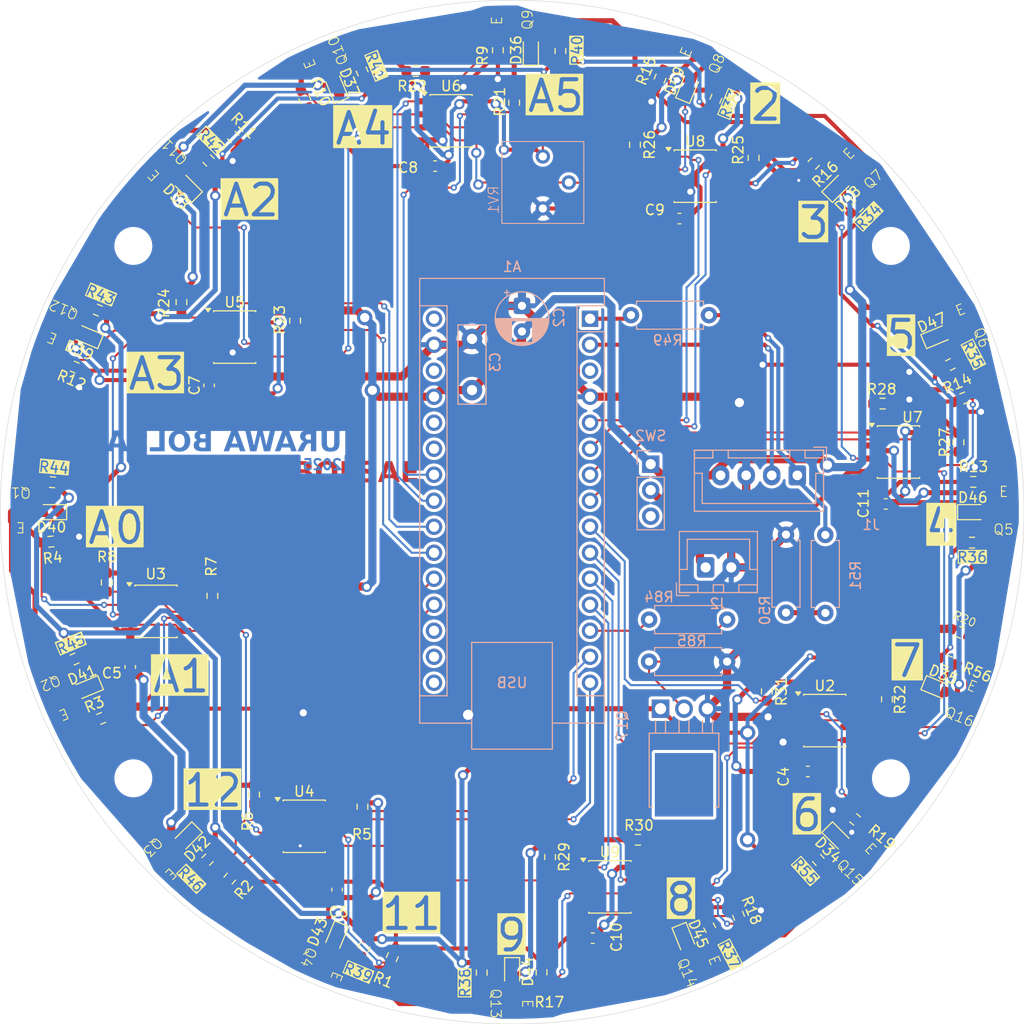
<source format=kicad_pcb>
(kicad_pcb (version 20241229) (generator "pcbnew") (generator_version "9.0")
  (layers (0 "F.Cu" signal) (2 "B.Cu" signal) (13 "F.Paste" user) (15 "B.Paste" user) (5 "F.SilkS" user "F.Silkscreen") (7 "B.SilkS" user "B.Silkscreen") (1 "F.Mask" user) (3 "B.Mask" user) (25 "Edge.Cuts" user))
  (net 0 "")
  (net 4 "VCC")
  (net 5 "Net-(A1-D0{slash}RX)")
  (net 6 "Net-(A1-D1{slash}TX)")
  (net 8 "Net-(A1-D10)")
  (net 11 "GND")
  (net 13 "U7A")
  (net 15 "Net-(D34-K)")
  (net 16 "Net-(D36-K)")
  (net 17 "Net-(D39-K)")
  (net 18 "Net-(D40-K)")
  (net 19 "Net-(D35-K)")
  (net 20 "Net-(D37-K)")
  (net 21 "Net-(D38-K)")
  (net 22 "Net-(D41-K)")
  (net 23 "Net-(D42-K)")
  (net 24 "Net-(D43-K)")
  (net 25 "Net-(D44-K)")
  (net 26 "Net-(D45-K)")
  (net 27 "Net-(D46-K)")
  (net 28 "Net-(D47-K)")
  (net 29 "Net-(D48-K)")
  (net 30 "Net-(D49-K)")
  (net 31 "Net-(J1-Pin_1)")
  (net 32 "Net-(J2-Pin_1)")
  (net 33 "Net-(Q1-E)")
  (net 34 "Net-(Q2-E)")
  (net 35 "Net-(Q3-E)")
  (net 36 "Net-(Q4-E)")
  (net 37 "Net-(Q5-E)")
  (net 38 "Net-(Q6-E)")
  (net 39 "Net-(Q7-E)")
  (net 40 "Net-(Q8-E)")
  (net 41 "Net-(Q9-E)")
  (net 42 "Net-(Q10-E)")
  (net 43 "Net-(Q11-E)")
  (net 44 "Net-(Q12-E)")
  (net 45 "Net-(Q13-E)")
  (net 46 "Net-(Q14-E)")
  (net 47 "Net-(Q15-E)")
  (net 48 "Net-(Q16-E)")
  (net 49 "Net-(Q17-D)")
  (net 50 "Net-(Q17-G)")
  (net 51 "Net-(R50-Pad1)")
  (net 52 "Net-(U2A-+)")
  (net 53 "U3A")
  (net 54 "U3B")
  (net 55 "U4A")
  (net 56 "U4B")
  (net 57 "U6B")
  (net 58 "U6A")
  (net 59 "U5B")
  (net 60 "U5A")
  (net 61 "U8B")
  (net 62 "U8A")
  (net 63 "U7B")
  (net 64 "U9A")
  (net 65 "U9B")
  (net 66 "U2A")
  (net 67 "U2B")
  (footprint "Resistor_SMD:R_0603_1608Metric_Pad0.98x0.95mm_HandSolder" (layer "F.Cu") (at 164.449199 57.656959 -112.5)
    (property "Reference" "R15")
    (property "Value" "R")
  )
  (footprint "NJL7502R:NJL7502R" (layer "F.Cu") (at 150 148 -90)
    (property "Reference" "Q13")
    (property "Value" "Q_Photo_NPN" (hide yes))
  )
  (footprint "LED_SMD:LED_0603_1608Metric" (layer "F.Cu") (at 181.819805 131.819805 -45)
    (property "Reference" "D34")
    (property "Value" "LED")
  )
  (footprint "LED_SMD:LED_0603_1608Metric" (layer "F.Cu") (at 166.857297 141.723273 -68)
    (property "Reference" "D45")
    (property "Value" "LED")
  )
  (footprint "Resistor_SMD:R_0603_1608Metric_Pad0.98x0.95mm_HandSolder" (layer "F.Cu") (at 179.454765 65.945235 -135)
    (property "Reference" "R16")
    (property "Value" "R")
  )
  (footprint "Resistor_SMD:R_0603_1608Metric_Pad0.98x0.95mm_HandSolder" (layer "F.Cu") (at 172.121171 139.433945 112)
    (property "Reference" "R18")
    (property "Value" "R")
  )
  (footprint "Resistor_SMD:R_0603_1608Metric_Pad0.98x0.95mm_HandSolder" (layer "F.Cu") (at 140.5875 56.9)
    (property "Reference" "R22")
    (property "Value" "R")
  )
  (footprint "NJL7502R:NJL7502R" (layer "F.Cu") (at 194.346218 118.368805 -22.5)
    (property "Reference" "Q16")
    (property "Value" "Q_Photo_NPN" (hide yes))
  )
  (footprint "Capacitor_SMD:C_0603_1608Metric" (layer "F.Cu") (at 157.873226 141.620423 180)
    (property "Reference" "C10")
    (property "Value" "C")
  )
  (footprint "Resistor_SMD:R_0603_1608Metric_Pad0.98x0.95mm_HandSolder" (layer "F.Cu") (at 129.750801 59.65696 -67.5)
    (property "Reference" "R10")
    (property "Value" "R")
  )
  (footprint "Resistor_SMD:R_0603_1608Metric_Pad0.98x0.95mm_HandSolder" (layer "F.Cu") (at 135.538606 142.520267 67.5)
    (property "Reference" "R39")
    (property "Value" "R")
  )
  (footprint "Resistor_SMD:R_0603_1608Metric_Pad0.98x0.95mm_HandSolder" (layer "F.Cu") (at 150.2 60.0125 -90)
    (property "Reference" "R21")
    (property "Value" "R")
  )
  (footprint "NJL7502R:NJL7502R" (layer "F.Cu") (at 168.369805 144.346218 -67.5)
    (property "Reference" "Q14")
    (property "Value" "Q_Photo_NPN" (hide yes))
  )
  (footprint "NJL7502R:NJL7502R" (layer "F.Cu") (at 105.653782 118.368805 -157.5)
    (property "Reference" "Q2")
    (property "Value" "Q_Photo_NPN" (hide yes))
  )
  (footprint "Resistor_SMD:R_0603_1608Metric_Pad0.98x0.95mm_HandSolder" (layer "F.Cu") (at 193.6 93.1875 -90)
    (property "Reference" "R27")
    (property "Value" "R")
  )
  (footprint "Resistor_SMD:R_0603_1608Metric_Pad0.98x0.95mm_HandSolder" (layer "F.Cu") (at 105.109028 97.079529 -5)
    (property "Reference" "R44")
    (property "Value" "R")
  )
  (footprint "NJL7502R:NJL7502R" (layer "F.Cu") (at 131.631195 55.653782 112.5)
    (property "Reference" "Q10")
    (property "Value" "Q_Photo_NPN" (hide yes))
  )
  (footprint "NJL7502R:NJL7502R" (layer "F.Cu") (at 183.941125 133.941125 -45)
    (property "Reference" "Q15")
    (property "Value" "Q_Photo_NPN" (hide yes))
  )
  (footprint "Package_SO:SOIC-8_3.9x4.9mm_P1.27mm" (layer "F.Cu") (at 167.878 67.183)
    (property "Reference" "U8")
    (property "Value" "LM393")
  )
  (footprint "LED_SMD:LED_0603_1608Metric" (layer "F.Cu") (at 151.827 54.8675 90)
    (property "Reference" "D36")
    (property "Value" "LED")
  )
  (footprint "LED_SMD:LED_0603_1608Metric" (layer "F.Cu") (at 108.425421 117.220754 -157.5)
    (property "Reference" "D41")
    (property "Value" "LED")
  )
  (footprint "Resistor_SMD:R_0603_1608Metric_Pad0.98x0.95mm_HandSolder" (layer "F.Cu") (at 109.85696 120.149199 22.5)
    (property "Reference" "R3")
    (property "Value" "R")
  )
  (footprint "Resistor_SMD:R_0603_1608Metric_Pad0.98x0.95mm_HandSolder" (layer "F.Cu") (at 173.585 65.4005 -90)
    (property "Reference" "R25")
    (property "Value" "R")
  )
  (footprint "LED_SMD:LED_0603_1608Metric" (layer "F.Cu") (at 150 145 -90)
    (property "Reference" "D44")
    (property "Value" "LED")
  )
  (footprint "Resistor_SMD:R_0603_1608Metric_Pad0.98x0.95mm_HandSolder" (layer "F.Cu") (at 194.928 102.981 180)
    (property "Reference" "R36")
    (property "Value" "R")
  )
  (footprint "LED_SMD:LED_0603_1608Metric" (layer "F.Cu") (at 167.220754 58.425421 67.5)
    (property "Reference" "D49")
    (property "Value" "LED")
  )
  (footprint "Package_SO:SOIC-8_3.9x4.9mm_P1.27mm" (layer "F.Cu") (at 144.042 61.777)
    (property "Reference" "U6")
    (property "Value" "LM393")
  )
  (footprint "Resistor_SMD:R_0603_1608Metric_Pad0.98x0.95mm_HandSolder" (layer "F.Cu") (at 153.708 133.6935 -90)
    (property "Reference" "R29")
    (property "Value" "R")
  )
  (footprint "Resistor_SMD:R_0603_1608Metric_Pad0.98x0.95mm_HandSolder" (layer "F.Cu") (at 135.378 128.7805 -90)
    (property "Reference" "R5")
    (property "Value" "R")
  )
  (footprint "LED_SMD:LED_0603_1608Metric" (layer "F.Cu") (at 191.574579 82.779246 22.5)
    (property "Reference" "D47")
    (property "Value" "LED")
  )
  (footprint "Resistor_SMD:R_0603_1608Metric_Pad0.98x0.95mm_HandSolder" (layer "F.Cu") (at 107.269 85.836 -22.5)
    (property "Reference" "R12")
    (property "Value" "R")
  )
  (footprint "Package_SO:SOIC-8_3.9x4.9mm_P1.27mm" (layer "F.Cu") (at 159.55 136.606)
    (property "Reference" "U9")
    (property "Value" "LM393")
  )
  (footprint "Capacitor_SMD:C_0603_1608Metric" (layer "F.Cu") (at 142.475 66.2 180)
    (property "Reference" "C8")
    (property "Value" "C")
  )
  (footprint "Capacitor_SMD:C_0603_1608Metric" (layer "F.Cu") (at 132.9 136.875 90)
    (property "Reference" "C6")
    (property "Value" "C")
  )
  (footprint "Resistor_SMD:R_0603_1608Metric_Pad0.98x0.95mm_HandSolder" (layer "F.Cu") (at 120.72 108.18 -90)
    (property "Reference" "R7")
    (property "Value" "R")
  )
  (footprint "LED_SMD:LED_0603_1608Metric" (layer "F.Cu") (at 195 100)
    (property "Reference" "D46")
    (property "Value" "LED")
  )
  (footprint "Resistor_SMD:R_0603_1608Metric_Pad0.98x0.95mm_HandSolder" (layer "F.Cu") (at 162 64.1125 -90)
    (property "Reference" "R26")
    (property "Value" "R")
  )
  (footprint "Package_SO:SOIC-8_3.9x4.9mm_P1.27mm" (layer "F.Cu") (at 122.9 82.9)
    (property "Reference" "U5")
    (property "Value" "LM393")
  )
  (footprint "Resistor_SMD:R_0603_1608Metric_Pad0.98x0.95mm_HandSolder" (layer "F.Cu") (at 120.254765 133.945235 45)
    (property "Reference" "R46")
    (property "Value" "R")
  )
  (footprint "NJL7502R:NJL7502R" (layer "F.Cu") (at 150 52 90)
    (property "Reference" "Q9")
    (property "Value" "Q_Photo_NPN" (hide yes))
  )
  (footprint "Resistor_SMD:R_0603_1608Metric_Pad0.98x0.95mm_HandSolder" (layer "F.Cu") (at 192.55696 114.550801 157.5)
    (property "Reference" "R56")
    (property "Value" "R")
  )
  (footprint "Resistor_SMD:R_0603_1608Metric_Pad0.98x0.95mm_HandSolder" (layer "F.Cu") (at 110.402 106.862 -90)
    (property "Reference" "R8")
    (property "Value" "R")
  )
  (footprint "Resistor_SMD:R_0603_1608Metric_Pad0.98x0.95mm_HandSolder" (layer "F.Cu") (at 147.032 144.9815 90)
    (property "Reference" "R38")
    (property "Value" "R")
  )
  (footprint "Resistor_SMD:R_0603_1608Metric_Pad0.98x0.95mm_HandSolder" (layer "F.Cu") (at 152.876 144.9565 90)
    (property "Reference" "R17")
    (property "Value" "R")
  )
  (footprint "Resistor_SMD:R_0603_1608Metric_Pad0.98x0.95mm_HandSolder" (layer "F.Cu") (at 138.298 143.466 67.5)
    (property "Reference" "R1")
    (property "Value" "R")
  )
  (footprint "NJL7502R:NJL7502R" (layer "F.Cu") (at 168.368805 55.653782 67.5)
    (property "Reference" "Q8")
    (property "Value" "Q_Photo_NPN" (hide yes))
  )
  (footprint "Resistor_SMD:R_0603_1608Metric_Pad0.98x0.95mm_HandSolder" (layer "F.Cu") (at 122.413456 135.799016 50)
    (property "Reference" "R2")
    (property "Value" "R")
  )
  (footprint "Capacitor_SMD:C_0603_1608Metric" (layer "F.Cu") (at 112.7 115.125 90)
    (property "Reference" "C5")
    (property "Value" "C" (hide yes))
  )
  (footprint "Resistor_SMD:R_0603_1608Metric_Pad0.98x0.95mm_HandSolder" (layer "F.Cu") (at 154.717 54.949 -90)
    (property "Reference" "R40")
    (property "Value" "R")
  )
  (footprint "MountingHole:MountingHole_3.2mm_M3" (layer "F.Cu") (at 187 126)
    (property "Reference" "H1" (hide yes))
    (property "Value" "MountingHole")
  )
  (footprint "NJL7502R:NJL7502R" (layer "F.Cu") (at 102 100 180)
    (property "Reference" "Q1")
    (property "Value" "Q_Photo_NPN" (hide yes))
  )
  (footprint "Resistor_SMD:R_0603_1608Metric_Pad0.98x0.95mm_HandSolder" (layer "F.Cu") (at 179.910582 133.97812 132)
    (property "Reference" "R55")
    (property "Value" "R")
  )
  (footprint "Resistor_SMD:R_0603_1608Metric_Pad0.98x0.95mm_HandSolder" (layer "F.Cu") (at 120.345235 65.645235 -45)
    (property "Reference" "R42")
    (property "Value" "R")
  )
  (footprint "NJL7502R:NJL7502R" (layer "F.Cu") (at 198 100)
    (property "Reference" "Q5")
    (property "Value" "Q_Photo_NPN" (hide yes))
  )
  (footprint "LED_SMD:LED_0603_1608Metric" (layer "F.Cu") (at 108.425421 82.779246 157.5)
    (property "Reference" "D39")
    (property "Value" "LED")
  )
  (footprint "NJL7502R:NJL7502R" (layer "F.Cu") (at 105.653782 81.631195 157.5)
    (property "Reference" "Q12")
    (property "Value" "Q_Photo_NPN" (hide yes))
  )
  (footprint "Resistor_SMD:R_0603_1608Metric_Pad0.98x0.95mm_HandSolder" (layer "F.Cu") (at 128.800199 81.29796 -90)
    (property "Reference" "R23")
    (property "Value" "R")
  )
  (footprint "Resistor_SMD:R_0603_1608Metric_Pad0.98x0.95mm_HandSolder" (layer "F.Cu") (at 194.15696 88.849199 -157.5)
    (property "Reference" "R14")
    (property "Value" "R")
  )
  (footprint "Package_SO:SOIC-8_3.9x4.9mm_P1.27mm" (layer "F.Cu") (at 180.541 120.363)
    (property "Reference" "U2")
    (property "Value" "LM393")
  )
  (footprint "Resistor_SMD:R_0603_1608Metric_Pad0.98x0.95mm_HandSolder" (layer "F.Cu") (at 104.951972 102.88253 5)
    (property "Reference" "R4")
    (property "Value" "R")
  )
  (footprint "Resistor_SMD:R_0603_1608Metric_Pad0.98x0.95mm_HandSolder" (layer "F.Cu") (at 162.2875 132)
    (property "Reference" "R30")
    (property "Value" "R")
  )
  (footprint "Resistor_SMD:R_0603_1608Metric_Pad0.98x0.95mm_HandSolder" (layer "F.Cu") (at 169.901199 59.62496 -112.5)
    (property "Reference" "R33")
    (property "Value" "R")
  )
  (footprint "NJL7502R:NJL7502R" (layer "F.Cu") (at 194.346218 81.631195 22.5)
    (property "Reference" "Q6")
    (property "Value" "Q_Photo_NPN" (hide yes))
  )
  (footprint "LED_SMD:LED_0603_1608Metric" (layer "F.Cu") (at 191.574579 117.220754 -22.5)
    (property "Reference" "D35")
    (property "Value" "LED")
  )
  (footprint "NJL7502R:NJL7502R" (layer "F.Cu") (at 116.058875 133.941125 -135)
    (property "Reference" "Q3")
    (property "Value" "Q_Photo_NPN" (hide yes))
  )
  (footprint "Package_SO:SOIC-8_3.9x4.9mm_P1.27mm" (layer "F.Cu") (at 187.737077 94.129057)
    (property "Reference" "U7")
    (property "Value" "LM393")
  )
  (footprint "Capacitor_SMD:C_0603_1608Metric" (layer "F.Cu") (at 178.886601 125.335796)
    (property "Reference" "C4")
    (property "Value" "C")
  )
  (footprint "Resistor_SMD:R_0603_1608Metric_Pad0.98x0.95mm_HandSolder" (layer "F.Cu") (at 122.754765 63.354765 -45)
    (property "Reference" "R11")
    (property "Value" "R")
  )
  (footprint "Capacitor_SMD:C_0603_1608Metric" (layer "F.Cu") (at 186.5 99.2 180)
    (property "Reference" "C11")
    (property "Value" "C")
  )
  (footprint "Resistor_SMD:R_0603_1608Metric_Pad0.98x0.95mm_HandSolder" (layer "F.Cu") (at 193.75696 111.750801 157.5)
    (property "Reference" "R20")
    (property "Value" "R")
  )
  (footprint "Resistor_SMD:R_0603_1608Metric_Pad0.98x0.95mm_HandSolder" (layer "F.Cu") (at 135.350801 56.95696 -67.5)
    (property "Reference" "R41")
    (property "Value" "R")
  )
  (footprint "Resistor_SMD:R_0603_1608Metric_Pad0.98x0.95mm_HandSolder" (layer "F.Cu") (at 183.500984 130.013456 140)
    (property "Reference" "R19")
    (property "Value" "R")
  )
  (footprint "NJL7502R:NJL7502R" (layer "F.Cu") (at 183.941125 66.058875 45)
    (property "Reference" "Q7")
    (property "Value" "Q_Photo_NPN" (hide yes))
  )
  (footprint "Resistor_SMD:R_0603_1608Metric_Pad0.98x0.95mm_HandSolder" (layer "F.Cu") (at 183.754765 70.145235 45)
    (property "Reference" "R34")
    (property "Value" "R")
  )
  (footprint "Resistor_SMD:R_0603_1608Metric_Pad0.98x0.95mm_HandSolder" (layer "F.Cu") (at 192.809397 85.578654 -152.5)
    (property "Reference" "R35")
    (property "Value" "R")
  )
  (footprint "Resistor_SMD:R_0603_1608Metric_Pad0.98x0.95mm_HandSolder" (layer "F.Cu") (at 107.25696 114.349199 22.5)
    (property "Reference" "R45")
    (property "Value" "R")
  )
  (footprint "LED_SMD:LED_0603_1608Metric" (layer "F.Cu") (at 132.779246 141.574579 -112.5)
    (property "Reference" "D43")
    (property "Value" "LED")
  )
  (footprint "LED_SMD:LED_0603_1608Metric" (layer "F.Cu") (at 181.819805 68.180195 45)
    (property "Reference" "D48")
    (property "Value" "LED")
  )
  (footprint "Resistor_SMD:R_0603_1608Metric_Pad0.98x0.95mm_HandSolder" (layer "F.Cu") (at 186.1875 89.4 180)
    (property "Reference" "R28")
    (property "Value" "R")
  )
  (footprint "Resistor_SMD:R_0603_1608Metric_Pad0.98x0.95mm_HandSolder" (layer "F.Cu") (at 124.795 127.5905 -90)
    (property "Reference" "R6")
    (property "Value" "R")
  )
  (footprint "Package_SO:SOIC-8_3.9x4.9mm_P1.27mm" (layer "F.Cu") (at 115.218 109.696)
    (property "Reference" "U3")
    (property "Value" "LM393")
  )
  (footprint "MountingHole:MountingHole_3.2mm_M3" (layer "F.Cu") (at 187 74)
    (property "Reference" "H4" (hide yes))
    (property "Value" "MountingHole")
  )
  (footprint "Resistor_SMD:R_0603_1608Metric_Pad0.98x0.95mm_HandSolder" (layer "F.Cu") (at 148.612 54.889 -90)
    (property "Reference" "R9")
    (property "Value" "R")
  )
  (footprint "Capacitor_SMD:C_0603_1608Metric" (layer "F.Cu") (at 120.4 87.625 90)
    (property "Reference" "C7")
    (property "Value" "C")
  )
  (footprint "Resistor_SMD:R_0603_1608Metric_Pad0.98x0.95mm_HandSolder" (layer "F.Cu") (at 169.3 140.6 117.5)
    (property "Reference" "R37")
    (property "Value" "R")
  )
  (footprint "LED_SMD:LED_0603_1608Metric" (layer "F.Cu") (at 105 100 180)
    (property "Reference" "D40")
    (property "Value" "LED")
  )
  (footprint "Package_SO:SOIC-8_3.9x4.9mm_P1.27mm" (layer "F.Cu") (at 129.692 130.687)
    (property "Reference" "U4")
    (property "Value" "LM393")
  )
  (footprint "Resistor_SMD:R_0603_1608Metric_Pad0.98x0.95mm_HandSolder" (layer "F.Cu") (at 195.046 97.048 180)
    (property "Reference" "R13")
    (property "Value" "R")
  )
  (footprint "LED_SMD:LED_0603_1608Metric" (layer "F.Cu") (at 118.180195 131.819805 -135)
    (property "Reference" "D42")
    (property "Value" "LED")
  )
  (footprint "LED_SMD:LED_0603_1608Metric" (layer "F.Cu") (at 118.180195 68.180195 135)
    (property "Reference" "D38")
    (property "Value" "LED")
  )
  (footprint "LED_SMD:LED_0603_1608Metric" (layer "F.Cu") (at 132.779246 58.425421 112.5)
    (property "Reference" "D37")
    (property "Value" "LED")
  )
  (footprint "Resistor_SMD:R_0603_1608Metric_Pad0.98x0.95mm_HandSolder" (layer "F.Cu") (at 117.7 79.4875 -90)
    (property "Reference" "R24")
    (property "Value" "R")
  )
  (footprint "NJL7502R:NJL7502R" (layer "F.Cu") (at 116.058875 66.058875 135)
    (property "Reference" "Q11")
    (property "Value" "Q_Photo_NPN" (hide yes))
  )
  (footprint "Capacitor_SMD:C_0603_1608Metric" (layer "F.Cu") (at 166.346 71.327 180)
    (property "Reference" "C9")
    (property "Value" "C")
  )
  (footprint "MountingHole:MountingHole_3.2mm_M3" (layer "F.Cu") (at 113 126)
    (property "Reference" "H2" (hide yes))
    (property "Value" "MountingHole")
  )
  (footprint "MountingHole:MountingHole_3.2mm_M3" (layer "F.Cu") (at 113 74)
    (property "Reference" "H3" (hide yes))
    (property "Value" "MountingHole")
  )
  (footprint "NJL7502R:NJL7502R" (layer "F.Cu") (at 131.632195 144.346218 -112.5)
    (property "Reference" "Q4")
    (property "Value" "Q_Photo_NPN" (hide yes))
  )
  (footprint "Resistor_SMD:R_0603_1608Metric_Pad0.98x0.95mm_HandSolder" (layer "F.Cu") (at 174.881338 117.51004 -90)
    (property "Reference" "R31")
    (property "Value" "R")
  )
  (footprint "Resistor_SMD:R_0603_1608Metric_Pad0.98x0.95mm_HandSolder" (layer "F.Cu") (at 109.53796 80.270801 -22.5)
    (property "Reference" "R43")
    (property "Value" "R")
  )
  (footprint "Resistor_SMD:R_0603_1608Metric_Pad0.98x0.95mm_HandSolder" (layer "F.Cu") (at 186.612537 118.280499 -90)
    (property "Reference" "R32")
    (property "Value" "R")
  )
  (footprint "Connector_PinSocket_2.54mm:PinSocket_1x03_P2.54mm_Vertical" (layer "B.Cu") (at 163.534 95.315 180)
    (property "Reference" "SW2")
    (property "Value" "SW_DPST_x2")
  )
  (footprint "Resistor_THT:R_Axial_DIN0207_L6.3mm_D2.5mm_P7.62mm_Horizontal" (layer "B.Cu") (at 163.38 110.5)
    (property "Reference" "R84")
    (property "Value" "R")
  )
  (footprint "Capacitor_THT:CP_Radial_D5.0mm_P2.50mm" (layer "B.Cu") (at 150.961 79.852 -90)
    (property "Reference" "C2")
    (property "Value" "C")
  )
  (footprint "Connector_JST:JST_XH_B2B-XH-A_1x02_P2.50mm_Vertical" (layer "B.Cu") (at 168.9 105.4)
    (property "Reference" "J2")
    (property "Value" "Conn_01x02_Socket")
  )
  (footprint "Connector_JST:JST_XH_B4B-XH-A_1x04_P2.50mm_Vertical" (layer "B.Cu") (at 177.861 96.407 180)
    (property "Reference" "J1")
    (property "Value" "Conn_01x04_Socket")
  )
  (footprint "Module:Arduino_Nano" (layer "B.Cu") (at 157.61 81.109 180)
    (property "Reference" "A1")
    (property "Value" "Arduino_Nano_v2.x")
  )
  (footprint "Resistor_THT:R_Axial_DIN0207_L6.3mm_D2.5mm_P7.62mm_Horizontal" (layer "B.Cu") (at 180.593 102.23 -90)
    (property "Reference" "R51")
    (property "Value" "R")
  )
  (footprint "hankotei:名称未設定" (layer "B.Cu") (at 153 67.8 -90)
    (property "Reference" "RV1")
    (property "Value" "R_Potentiometer_Trim")
  )
  (footprint "Capacitor_THT:C_Disc_D7.5mm_W2.5mm_P5.00mm" (layer "B.Cu") (at 146.081 88.082 90)
    (property "Reference" "C3")
    (property "Value" "C")
  )
  (footprint "Resistor_THT:R_Axial_DIN0207_L6.3mm_D2.5mm_P7.62mm_Horizontal" (layer "B.Cu") (at 176.75 109.82 90)
    (property "Reference" "R50")
    (property "Value" "R")
  )
  (footprint "Resistor_THT:R_Axial_DIN0207_L6.3mm_D2.5mm_P7.62mm_Horizontal" (layer "B.Cu") (at 169.229 80.758 180)
    (property "Reference" "R49")
    (property "Value" "R")
  )
  (footprint "Resistor_THT:R_Axial_DIN0207_L6.3mm_D2.5mm_P7.62mm_Horizontal" (layer "B.Cu") (at 171 114.6 180)
    (property "Reference" "R85")
    (property "Value" "R")
  )
  (footprint "Package_TO_SOT_THT:TO-251-3-1EP_Horizontal_TabDown" (layer "B.Cu") (at 164.5 119.2)
    (property "Reference" "Q17")
    (property "Value" "NMOS")
  )
  (gr_circle (center 150 100) (end 200 100) (stroke (width 0.05)) (fill no) (layer "Edge.Cuts"))
  (gr_text "URAWA BOLSAE" (at 116 97.4 -0) (layer "F.Cu") (effects (font (size 2 2) (thickness 0.4) (bold yes)) (justify left bottom)))
  (gr_text "2025" (at 115.9 98.95 -0) (layer "F.Cu") (effects (font (size 1 1) (thickness 0.2) (bold yes)) (justify left bottom)))
  (gr_text "2025" (at 133.5 95.95 0) (layer "B.Cu") (effects (font (size 1 1) (thickness 0.2) (bold yes)) (justify left bottom mirror)))
  (gr_text "URAWA BOLSAE" (at 133.4 94.4 0) (layer "B.Cu") (effects (font (size 2 2) (thickness 0.4) (bold yes)) (justify left bottom mirror)))
  (gr_text "A2" (at 121.5 71.3 0) (layer "F.SilkS" knockout) (effects (font (size 3 3) (thickness 0.4)) (justify left bottom)))
  (gr_text "A5" (at 151.3 61.1 0) (layer "F.SilkS" knockout) (effects (font (size 3 3) (thickness 0.4)) (justify left bottom)))
  (gr_text "4" (at 190.15 103.15 0) (layer "F.SilkS" knockout) (effects (font (size 3 3) (thickness 0.4)) (justify left bottom)))
  (gr_text "3" (at 177.8 73.5 0) (layer "F.SilkS" knockout) (effects (font (size 3 3) (thickness 0.4)) (justify left bottom)))
  (gr_text "6" (at 177.1 131.35 0) (layer "F.SilkS" knockout) (effects (font (size 3 3) (thickness 0.4)) (justify left bottom)))
  (gr_text "A1" (at 114.7 117.8 0) (layer "F.SilkS" knockout) (effects (font (size 3 3) (thickness 0.4)) (justify left bottom)))
  (gr_text "5" (at 186.3 84.6 0) (layer "F.SilkS" knockout) (effects (font (size 3 3) (thickness 0.4)) (justify left bottom)))
  (gr_text "9" (at 148.25 143.1 0) (layer "F.SilkS" knockout) (effects (font (size 3 3) (thickness 0.4)) (justify left bottom)))
  (gr_text "A4" (at 132.5 64.3 0) (layer "F.SilkS" knockout) (effects (font (size 3 3) (thickness 0.4)) (justify left bottom)))
  (gr_text "12" (at 117.6 128.95 0) (layer "F.SilkS" knockout) (effects (font (size 3 3) (thickness 0.4)) (justify left bottom)))
  (gr_text "8" (at 164.8 139.6 0) (layer "F.SilkS" knockout) (effects (font (size 3 3) (thickness 0.4)) (justify left bottom)))
  (gr_text "7" (at 186.9 116.3 0) (layer "F.SilkS" knockout) (effects (font (size 3 3) (thickness 0.4)) (justify left bottom)))
  (gr_text "A0\n" (at 108.35 103.3 0) (layer "F.SilkS" knockout) (effects (font (size 3 3) (thickness 0.4)) (justify left bottom)))
  (gr_text "2" (at 173.1 61.95 0) (layer "F.SilkS" knockout) (effects (font (size 3 3) (thickness 0.4)) (justify left bottom)))
  (gr_text "11" (at 137.05 141 0) (layer "F.SilkS" knockout) (effects (font (size 3 3) (thickness 0.4)) (justify left bottom)))
  (gr_text "A3" (at 112.3 88.25 0) (layer "F.SilkS" knockout) (effects (font (size 3 3) (thickness 0.4)) (justify left bottom)))
  (segment (start 132.074195 55.470285) (end 132.74448 54.8) (width 0.5) (layer "F.Cu") (net 4))
  (segment (start 100.999 99.9715) (end 101.45 99.5205) (width 0.5) (layer "F.Cu") (net 4))
  (segment (start 134.89796 80.29796) (end 128.887699 80.29796) (width 0.8) (layer "F.Cu") (net 4))
  (segment (start 134.464 128.782) (end 135.378 127.868) (width 0.2) (layer "F.Cu") (net 4))
  (segment (start 128.887699 80.29796) (end 128.800199 80.38546) (width 0.8) (layer "F.Cu") (net 4))
  (segment (start 136.9 128.4) (end 135.91 128.4) (width 0.5) (layer "F.Cu") (net 4))
  (segment (start 173.585 64.488) (end 173.585 64.629918) (width 0.5) (layer "F.Cu") (net 4))
  (segment (start 127.1 88) (end 126.7 88.4) (width 0.4) (layer "F.Cu") (net 4))
  (segment (start 132.477883 142.302134) (end 132.086117 141.910368) (width 0.5) (layer "F.Cu") (net 4))
  (segment (start 135.7675 107.2675) (end 120.72 107.2675) (width 0.8) (layer "F.Cu") (net 4))
  (segment (start 110.402 105.9495) (end 115.8515 105.9495) (width 0.5) (layer "F.Cu") (net 4))
  (segment (start 109.714801 87.1) (end 114.9 87.1) (width 0.4) (layer "F.Cu") (net 4))
  (segment (start 108.239632 118.063883) (end 107.697866 117.522117) (width 0.8) (layer "F.Cu") (net 4))
  (segment (start 139 148) (end 136.6 145.6) (width 0.5) (layer "F.Cu") (net 4))
  (segment (start 192.302134 82.702134) (end 192.302134 82.477883) (width 0.5) (layer "F.Cu") (net 4))
  (segment (start 168.351 70.097) (end 167.121 71.327) (width 0.5) (layer "F.Cu") (net 4))
  (segment (start 118.8 77) (end 118.8 77.475) (width 0.5) (layer "F.Cu") (net 4))
  (segment (start 198 100.4795) (end 198 102.289266) (width 0.5) (layer "F.Cu") (net 4))
  (segment (start 191.049 89.951) (end 191.1 89.9) (width 0.5) (layer "F.Cu") (net 4))
  (segment (start 107.570918 100.926) (end 105.1385 100.926) (width 0.5) (layer "F.Cu") (net 4))
  (segment (start 193.65 116.797502) (end 193.506226 116.941276) (width 0.5) (layer "F.Cu") (net 4))
  (segment (start 150.4795 52) (end 159.8 52) (width 0.5) (layer "F.Cu") (net 4))
  (segment (start 136.7 137.1) (end 136.15 137.65) (width 0.5) (layer "F.Cu") (net 4))
  (segment (start 127.2 81.465) (end 125.845 81.465) (width 0.4) (layer "F.Cu") (net 4))
  (segment (start 169.5 96.407) (end 164.626 96.407) (width 0.8) (layer "F.Cu") (net 4))
  (segment (start 150.8875 144.9) (end 150 145.7875) (width 0.5) (layer "F.Cu") (net 4))
  (segment (start 186.612537 117.367998) (end 184.106002 117.367998) (width 0.5) (layer "F.Cu") (net 4))
  (segment (start 104.4525 100) (end 104.2125 100) (width 0.2) (layer "F.Cu") (net 4))
  (segment (start 190.26302 92.275) (end 190.212077 92.224057) (width 0.5) (layer "F.Cu") (net 4))
  (segment (start 117.693 107.791) (end 120.1965 107.791) (width 0.5) (layer "F.Cu") (net 4))
  (segment (start 187.651 89.951) (end 191.049 89.951) (width 0.5) (layer "F.Cu") (net 4))
  (segment (start 135.91 128.4) (end 135.378 127.868) (width 0.5) (layer "F.Cu") (net 4))
  (segment (start 145.120666 59.872) (end 144.846333 60.146333) (width 0.4) (layer "F.Cu") (net 4))
  (segment (start 139.675 56.9) (end 139.675 57.475) (width 0.5) (layer "F.Cu") (net 4))
  (segment (start 187.1 89.4) (end 187.651 89.951) (width 0.5) (layer "F.Cu") (net 4))
  (segment (start 184.7 80) (end 189.824251 80) (width 0.5) (layer "F.Cu") (net 4))
  (segment (start 182.376652 68.92622) (end 182.775216 69.324784) (width 0.5) (layer "F.Cu") (net 4))
  (segment (start 163.8 63.2) (end 164.6 62.4) (width 0.5) (layer "F.Cu") (net 4))
  (segment (start 132.167 128.782) (end 134.464 128.782) (width 0.2) (layer "F.Cu") (net 4))
  (segment (start 159.562466 142.4) (end 167.09887 142.4) (width 0.5) (layer "F.Cu") (net 4))
  (segment (start 192.873033 117.522117) (end 194.162721 118.811805) (width 0.5) (layer "F.Cu") (net 4))
  (segment (start 164.626 96.407) (end 163.534 95.315) (width 0.8) (layer "F.Cu") (net 4))
  (segment (start 179.576652 67.623348) (end 182.376652 67.623348) (width 0.5) (layer "F.Cu") (net 4))
  (segment (start 122.012438 126.678) (end 124.795 126.678) (width 0.5) (layer "F.Cu") (net 4))
  (segment (start 170.361 96.407) (end 169.5 96.407) (width 0.8) (layer "F.Cu") (net 4))
  (segment (start 183.016 118.458) (end 181.15554 116.59754) (width 0.5) (layer "F.Cu") (net 4))
  (segment (start 180.513401 129.413401) (end 180.513401 129.417385) (width 0.2) (layer "F.Cu") (net 4))
  (segment (start 117.623348 69.476652) (end 117.6 69.5) (width 0.5) (layer "F.Cu") (net 4))
  (segment (start 183.054768 67.623348) (end 184.280183 66.397933) (width 0.5) (layer "F.Cu") (net 4))
  (segment (start 101.1 105.7) (end 101.1 100.987376) (width 0.5) (layer "F.Cu") (net 4))
  (segment (start 158.782889 141.620423) (end 159.562466 142.4) (width 0.5) (layer "F.Cu") (net 4))
  (segment (start 139.675 57.475) (end 140.7 58.5) (width 0.5) (layer "F.Cu") (net 4))
  (segment (start 167.926805 144.529715) (end 167.926805 143.227935) (width 0.5) (layer "F.Cu") (net 4))
  (segment (start 159.759258 135.350793) (end 160.409051 134.701) (width 0.5) (layer "F.Cu") (net 4))
  (segment (start 113.5 115.9) (end 114 116.4) (width 0.8) (layer "F.Cu") (net 4))
  (segment (start 105.837279 81.188195) (end 106.408178 81.188195) (width 0.5) (layer "F.Cu") (net 4))
  (segment (start 130.063 126.678) (end 132.167 128.782) (width 0.2) (layer "F.Cu") (net 4))
  (segment (start 167.419983 57.8) (end 167.522117 57.697866) (width 0.5) (layer "F.Cu") (net 4))
  (segment (start 109.775 78.575) (end 110.7 79.5) (width 0.5) (layer "F.Cu") (net 4))
  (segment (start 189.824251 80) (end 192.302134 82.477883) (width 0.5) (layer "F.Cu") (net 4))
  (segment (start 105.470285 117.925805) (end 107.294178 117.925805) (width 0.5) (layer "F.Cu") (net 4))
  (segment (start 194.126027 82.477883) (end 194.529715 82.074195) (width 0.5) (layer "F.Cu") (net 4))
  (segment (start 194.8615 99.074) (end 195.7875 100) (width 0.5) (layer "F.Cu") (net 4))
  (segment (start 107.4 82.775749) (end 107.697866 82.477883) (width 0.4) (layer "F.Cu") (net 4))
  (segment (start 105.470285 117.925805) (end 103.4 115.85552) (width 0.5) (layer "F.Cu") (net 4))
  (segment (start 124.795 126.678) (end 130.063 126.678) (width 0.2) (layer "F.Cu") (net 4))
  (segment (start 131.189195 145.091147) (end 131.189195 144.162721) (width 0.5) (layer "F.Cu") (net 4))
  (segment (start 126.7 88.4) (end 120.4 88.4) (width 0.4) (layer "F.Cu") (net 4))
  (segment (start 158.648226 141.620423) (end 158.648226 140.651774) (width 0.5) (layer "F.Cu") (net 4))
  (segment (start 100.999 100.886376) (end 100.999 99.9715) (width 0.5) (layer "F.Cu") (net 4))
  (segment (start 117.623348 132.376652) (end 117.623348 131.06709) (width 0.5) (layer "F.Cu") (net 4))
  (segment (start 180.982615 129.886599) (end 180.986599 129.886599) (width 0.2) (layer "F.Cu") (net 4))
  (segment (start 135.6 81) (end 134.89796 80.29796) (width 0.8) (layer "F.Cu") (net 4))
  (segment (start 150 145.7875) (end 149.5205 146.267) (width 0.5) (layer "F.Cu") (net 4))
  (segment (start 114.9 87.1) (end 116.2 88.4) (width 0.4) (layer "F.Cu") (net 4))
  (segment (start 158.648226 141.620423) (end 158.782889 141.620423) (width 0.5) (layer "F.Cu") (net 4))
  (segment (start 173.585 64.488) (end 171.143 64.488) (width 0.5) (layer "F.Cu") (net 4))
  (segment (start 198 102.289266) (end 194.589266 105.7) (width 0.5) (layer "F.Cu") (net 4))
  (segment (start 110.402 103.757082) (end 107.570918 100.926) (width 0.5) (layer "F.Cu") (net 4))
  (segment (start 187.401 99.074) (end 194.8615 99.074) (width 0.5) (layer "F.Cu") (net 4))
  (segment (start 131.698048 145.6) (end 131.189195 145.091147) (width 0.5) (layer "F.Cu") (net 4))
  (segment (start 182.376652 67.623348) (end 183.054768 67.623348) (width 0.5) (layer "F.Cu") (net 4))
  (segment (start 148.147 59.872) (end 148.4 60.125) (width 0.4) (layer "F.Cu") (net 4))
  (segment (start 137.575 54.8) (end 139.675 56.9) (width 0.5) (layer "F.Cu") (net 4))
  (segment (start 112.7 115.9) (end 110.536117 118.063883) (width 0.8) (layer "F.Cu") (net 4))
  (segment (start 116.7 132.621884) (end 115.719817 133.602067) (width 0.8) (layer "F.Cu") (net 4))
  (segment (start 168 67.955082) (end 168.351 68.306082) (width 0.5) (layer "F.Cu") (net 4))
  (segment (start 192.132711 88.049) (end 187.976 88.049) (width 0.5) (layer "F.Cu") (net 4))
  (segment (start 127.1 87.9) (end 127.1 88) (width 0.4) (layer "F.Cu") (net 4))
  (segment (start 183.602067 134.280183) (end 182.376652 133.054768) (width 0.5) (layer "F.Cu") (net 4))
  (segment (start 116 79.5) (end 116.925 78.575) (width 0.5) (layer "F.Cu") (net 4))
  (segment (start 132.074195 57.294178) (end 132.477883 57.697866) (width 0.5) (layer "F.Cu") (net 4))
  (segment (start 143.017 88.082) (end 142.37 88.729) (width 0.8) (layer "F.Cu") (net 4))
  (segment (start 169.257314 145.18621) (end 168.5833 145.18621) (width 0.5) (layer "F.Cu") (net 4))
  (segment (start 167.09887 142.4) (end 167.1523 142.45343) (width 0.5) (layer "F.Cu") (net 4))
  (segment (start 169.5 96.407) (end 171.076 94.831) (width 0.8) (layer "F.Cu") (net 4))
  (segment (start 151.3 144.9) (end 150.8875 144.9) (width 0.5) (layer "F.Cu") (net 4))
  (segment (start 158.648226 140.651774) (end 159 140.3) (width 0.5) (layer "F.Cu") (net 4))
  (segment (start 188.531 92.224057) (end 188.4 92.093057) (width 0.5) (layer "F.Cu") (net 4))
  (segment (start 117.623348 131.06709) (end 122.012438 126.678) (width 0.5) (layer "F.Cu") (net 4))
  (segment (start 193.506226 118.15531) (end 194.162721 118.811805) (width 0.5) (layer "F.Cu") (net 4))
  (segment (start 172 59.025474) (end 172 59.6) (width 0.5) (layer "F.Cu") (net 4))
  (segment (start 115.719817 133.602067) (end 116.945232 132.376652) (width 0.5) (layer "F.Cu") (net 4))
  (segment (start 181.15554 116.59754) (end 174.881338 116.59754) (width 0.5) (layer "F.Cu") (net 4))
  (segment (start 171.143 64.488) (end 170.353 65.278) (width 0.5) (layer "F.Cu") (net 4))
  (segment (start 187.244539 118) (end 186.612537 117.367998) (width 0.5) (layer "F.Cu") (net 4))
  (segment (start 160.409051 134.701) (end 162.025 134.701) (width 0.5) (layer "F.Cu") (net 4))
  (segment (start 191.1 89.9) (end 193.475 92.275) (width 0.5) (layer "F.Cu") (net 4))
  (segment (start 162.025 132.65) (end 161.375 132) (width 0.5) (layer "F.Cu") (net 4))
  (segment (start 110.402 105.9495) (end 110.402 103.757082) (width 0.5) (layer "F.Cu") (net 4))
  (segment (start 169.584075 65.278) (end 168 66.862075) (width 0.5) (layer "F.Cu") (net 4))
  (segment (start 192.302134 117.522117) (end 191.824251 118) (width 0.5) (layer "F.Cu") (net 4))
  (segment (start 159.8 52) (end 162 54.2) (width 0.5) (layer "F.Cu") (net 4))
  (segment (start 149.5205 146.267) (end 149.5205 148) (width 0.5) (layer "F.Cu") (net 4))
  (segment (start 168.811805 56.408178) (end 167.522117 57.697866) (width 0.5) (layer "F.Cu") (net 4))
  (segment (start 106.408178 81.188195) (end 107.697866 82.477883) (width 0.5) (layer "F.Cu") (net 4))
  (segment (start 177.355082 68.4) (end 178.8 68.4) (width 0.5) (layer "F.Cu") (net 4))
  (segment (start 178.066 125.290195) (end 178.111601 125.335796) (width 0.2) (layer "F.Cu") (net 4))
  (segment (start 180.513401 129.417385) (end 180.982615 129.886599) (width 0.2) (layer "F.Cu") (net 4))
  (segment (start 188.4 97.948) (end 188.4 98.075) (width 0.5) (layer "F.Cu") (net 4))
  (segment (start 131 58.3) (end 131.875749 58.3) (width 0.5) (layer "F.Cu") (net 4))
  (segment (start 152.34 64.6) (end 153 65.26) (width 0.4) (layer "F.Cu") (net 4))
  (segment (start 149.2 64.6) (end 152.34 64.6) (width 0.4) (layer "F.Cu") (net 4))
  (segment (start 132.086117 138.463883) (end 132.9 137.65) (width 0.5) (layer "F.Cu") (net 4))
  (segment (start 153 65.26) (end 153 61.9) (width 0.2) (layer "F.Cu") (net 4))
  (segment (start 101.45 99.5205) (end 102 99.5205) (width 0.5) (layer "F.Cu") (net 4))
  (segment (start 150.961 83.202) (end 146.081 88.082) (width 0.8) (layer "F.Cu") (net 4))
  (segment (start 162 54.2) (end 162 63.2) (width 0.5) (layer "F.Cu") (net 4))
  (segment (start 193.475 92.275) (end 193.6 92.275) (width 0.5) (layer "F.Cu") (net 4))
  (segment (start 183.602067 134.280183) (end 176.588341 141.293909) (width 0.5) (layer "F.Cu") (net 4))
  (segment (start 132.74448 54.8) (end 137.575 54.8) (width 0.5) (layer "F.Cu") (net 4))
  (segment (start 102 99.5205) (end 103.733 99.5205) (width 0.5) (layer "F.Cu") (net 4))
  (segment (start 187.275 99.2) (end 187.401 99.074) (width 0.5) (layer "F.Cu") (net 4))
  (segment (start 154.489 132) (end 153.708 132.781) (width 0.5) (layer "F.Cu") (net 4))
  (segment (start 167.926805 143.227935) (end 167.1523 142.45343) (width 0.5) (layer "F.Cu") (net 4))
  (segment (start 178.111601 127.011601) (end 180.513401 129.413401) (width 0.2) (layer "F.Cu") (net 4))
  (segment (start 101.1 100.987376) (end 100.999 100.886376) (width 0.5) (layer "F.Cu") (net 4))
  (segment (start 150.4795 52.7325) (end 151.827 54.08) (width 0.5) (layer "F.Cu") (net 4))
  (segment (start 187.976 88.049) (end 187.1 88.925) (width 0.5) (layer "F.Cu") (net 4))
  (segment (start 173.70246 116.59754) (end 172 118.3) (width 0.5) (layer "F.Cu") (net 4))
  (segment (start 146.517 59.872) (end 145.120666 59.872) (width 0.4) (layer "F.Cu") (net 4))
  (segment (start 131.875749 58.3) (end 132.477883 57.697866) (width 0.5) (layer "F.Cu") (net 4))
  (segment (start 142.37 88.729) (end 136.979 88.729) (width 0.8) (layer "F.Cu") (net 4))
  (segment (start 182.375588 131.275588) (end 182.375588 131.600826) (width 0.2) (layer "F.Cu") (net 4))
  (segment (start 182.376652 67.623348) (end 182.376652 68.92622) (width 0.5) (layer "F.Cu") (net 4))
  (segment (start 194.642443 85.539268) (end 192.132711 88.049) (width 0.5) (layer "F.Cu") (net 4))
  (segment (start 192.302134 82.477883) (end 194.126027 82.477883) (width 0.5) (layer "F.Cu") (net 4))
  (segment (start 194.529715 82.074195) (end 194.642443 82.186923) (width 0.5) (layer "F.Cu") (net 4))
  (segment (start 194.642443 82.186923) (end 194.642443 85.539268) (width 0.5) (layer "F.Cu") (net 4))
  (segment (start 191.824251 118) (end 187.244539 118) (width 0.5) (layer "F.Cu") (net 4))
  (segment (start 110.536117 118.063883) (end 108.239632 118.063883) (width 0.8) (layer "F.Cu") (net 4))
  (segment (start 187.1 88.925) (end 187.1 89.4) (width 0.5) (layer "F.Cu") (net 4))
  (segment (start 151.827 54.08) (end 150.2 55.707) (width 0.5) (layer "F.Cu") (net 4))
  (segment (start 143.8 65.65) (end 143.25 66.2) (width 0.4) (layer "F.Cu") (net 4))
  (segment (start 103.4 115.85552) (end 103.4 108) (width 0.5) (layer "F.Cu") (net 4))
  (segment (start 184.106002 117.367998) (end 183.016 118.458) (width 0.5) (layer "F.Cu") (net 4))
  (segment (start 178.8 68.4) (end 179.576652 67.623348) (width 0.5) (layer "F.Cu") (net 4))
  (segment (start 150.2 55.707) (end 150.2 59.1) (width 0.5) (layer "F.Cu") (net 4))
  (segment (start 174.881338 116.59754) (end 173.70246 116.59754) (width 0.5) (layer "F.Cu") (net 4))
  (segment (start 173.149615 141.293909) (end 169.257314 145.18621) (width 0.5) (layer "F.Cu") (net 4))
  (segment (start 153.708 132.781) (end 152.319 132.781) (width 0.5) (layer "F.Cu") (net 4))
  (segment (start 116.945232 132.376652) (end 117.623348 132.376652) (width 0.5) (layer "F.Cu") (net 4))
  (segment (start 112.7 115.9) (end 113.5 115.9) (width 0.8) (layer "F.Cu") (net 4))
  (segment (start 132.074195 55.470285) (end 132.074195 57.294178) (width 0.5) (layer "F.Cu") (net 4))
  (segment (start 168.811805 55.837279) (end 168.811805 56.408178) (width 0.5) (layer "F.Cu") (net 4))
  (segment (start 125.98454 80.38546) (end 125.375 80.995) (width 0.8) (layer "F.Cu") (net 4))
  (segment (start 103.4 108) (end 101.1 105.7) (width 0.5) (layer "F.Cu") (net 4))
  (segment (start 180.986599 129.886599) (end 182.375588 131.275588) (width 0.2) (layer "F.Cu") (net 4))
  (segment (start 180.231 94.831) (end 180.8 95.4) (width 0.8) (layer "F.Cu") (net 4))
  (segment (start 168.811805 55.837279) (end 172 59.025474) (width 0.5) (layer "F.Cu") (net 4))
  (segment (start 117.623348 66.945232) (end 117.623348 67.623348) (width 0.5) (layer "F.Cu") (net 4))
  (segment (start 162 63.2) (end 163.8 63.2) (width 0.5) (layer "F.Cu") (net 4))
  (segment (start 170.6 65.031) (end 170.353 65.278) (width 0.5) (layer "F.Cu") (net 4))
  (segment (start 168.351 68.306082) (end 168.351 70.097) (width 0.5) (layer "F.Cu") (net 4))
  (segment (start 109.7 87.085199) (end 109.714801 87.1) (width 0.4) (layer "F.Cu") (net 4))
  (segment (start 168.5833 145.18621) (end 167.926805 144.529715) (width 0.5) (layer "F.Cu") (net 4))
  (segment (start 136.6 145.6) (end 131.698048 145.6) (width 0.5) (layer "F.Cu") (net 4))
  (segment (start 198 100.4795) (end 196.267 100.4795) (width 0.5) (layer "F.Cu") (net 4))
  (segment (start 183 78.3) (end 184.7 80) (width 0.5) (layer "F.Cu") (net 4))
  (segment (start 166.1 57.8) (end 167.419983 57.8) (width 0.5) (layer "F.Cu") (net 4))
  (segment (start 172.435796 125.335796) (end 178.111601 125.335796) (width 0.5) (layer "F.Cu") (net 4))
  (segment (start 116.7 130.3) (end 116.7 132.621884) (width 0.8) (layer "F.Cu") (net 4))
  (segment (start 143.8 65.1) (end 143.8 65.65) (width 0.4) (layer "F.Cu") (net 4))
  (segment (start 173.585 64.629918) (end 177.355082 68.4) (width 0.5) (layer "F.Cu") (net 4))
  (segment (start 135.8 107.3) (end 135.7675 107.2675) (width 0.8) (layer "F.Cu") (net 4))
  (segment (start 182.375588 131.600826) (end 182.376652 131.60189) (width 0.2) (layer "F.Cu") (net 4))
  (segment (start 171.9 124.8) (end 172.435796 125.335796) (width 0.5) (layer "F.Cu") (net 4))
  (segment (start 116.397933 65.719817) (end 116.480183 65.719817) (width 0.5) (layer "F.Cu") (net 4))
  (segment (start 153 61.9) (end 150.2 59.1) (width 0.2) (layer "F.Cu") (net 4))
  (segment (start 171.076 94.831) (end 180.231 94.831) (width 0.8) (layer "F.Cu") (net 4))
  (segment (start 190.212077 92.224057) (end 188.531 92.224057) (width 0.5) (layer "F.Cu") (net 4))
  (segment (start 176.588341 141.293909) (end 173.149615 141.293909) (width 0.5) (layer "F.Cu") (net 4))
  (segment (start 178.111601 125.335796) (end 178.111601 127.011601) (width 0.2) (layer "F.Cu") (net 4))
  (segment (start 120.1965 107.791) (end 120.72 107.2675) (width 0.5) (layer "F.Cu") (net 4))
  (segment (start 150.4795 52) (end 150.4795 52.7325) (width 0.5) (layer "F.Cu") (net 4))
  (segment (start 136.15 137.65) (end 132.9 137.65) (width 0.5) (layer "F.Cu") (net 4))
  (segment (start 170.6 63.5) (end 170.6 65.031) (width 0.5) (layer "F.Cu") (net 4))
  (segment (start 188.4 98.075) (end 187.275 99.2) (width 0.5) (layer "F.Cu") (net 4))
  (segment (start 192.302134 117.522117) (end 192.873033 117.522117) (width 0.5) (layer "F.Cu") (net 4))
  (segment (start 132.477883 142.874033) (end 131.189195 144.162721) (width 0.5) (layer "F.Cu") (net 4))
  (segment (start 115.8515 105.9495) (end 117.693 107.791) (width 0.5) (layer "F.Cu") (net 4))
  (segment (start 162.025 134.701) (end 162.025 132.65) (width 0.5) (layer "F.Cu") (net 4))
  (segment (start 108.450474 78.575) (end 109.775 78.575) (width 0.5) (layer "F.Cu") (net 4))
  (segment (start 132.477883 142.302134) (end 132.477883 142.874033) (width 0.5) (layer "F.Cu") (net 4))
  (segment (start 170.353 65.278) (end 169.584075 65.278) (width 0.5) (layer "F.Cu") (net 4))
  (segment (start 117.623348 67.623348) (end 117.623348 69.476652) (width 0.5) (layer "F.Cu") (net 4))
  (segment (start 168 66.862075) (end 168 67.955082) (width 0.5) (layer "F.Cu") (net 4))
  (segment (start 116.480183 65.719817) (end 117.9 64.3) (width 0.5) (layer "F.Cu") (net 4))
  (segment (start 136.979 88.729) (end 136.35 88.1) (width 0.8) (layer "F.Cu") (net 4))
  (segment (start 146.081 88.082) (end 143.017 88.082) (width 0.8) (layer "F.Cu") (net 4))
  (segment (start 116.2 88.4) (end 120.4 88.4) (width 0.4) (layer "F.Cu") (net 4))
  (segment (start 193.6 92.275) (end 190.26302 92.275) (width 0.5) (layer "F.Cu") (net 4))
  (segment (start 116.397933 65.719817) (end 117.623348 66.945232) (width 0.5) (layer "F.Cu") (net 4))
  (segment (start 182.376652 131.60189) (end 182.376652 132.376652) (width 0.2) (layer "F.Cu") (net 4))
  (segment (start 118.8 77.475) (end 117.7 78.575) (width 0.5) (layer "F.Cu") (net 4))
  (segment (start 105.1385 100.926) (end 104.2125 100) (width 0.5) (layer "F.Cu") (net 4))
  (segment (start 194.589266 105.7) (end 194.3 105.7) (width 0.5) (layer "F.Cu") (net 4))
  (segment (start 128.800199 80.38546) (end 125.98454 80.38546) (width 0.8) (layer "F.Cu") (net 4))
  (segment (start 110.7 79.5) (end 116 79.5) (width 0.5) (layer "F.Cu") (net 4))
  (segment (start 107.4 84) (end 107.4 82.775749) (width 0.4) (layer "F.Cu") (net 4))
  (segment (start 150.961 82.352) (end 150.961 83.202) (width 0.8) (layer "F.Cu") (net 4))
  (segment (start 182.376652 133.054768) (end 182.376652 132.376652) (width 0.5) (layer "F.Cu") (net 4))
  (segment (start 161.375 132) (end 154.489 132) (width 0.5) (layer "F.Cu") (net 4))
  (segment (start 107.294178 117.925805) (end 107.697866 117.522117) (width 0.5) (layer "F.Cu") (net 4))
  (segment (start 146.517 59.872) (end 148.147 59.872) (width 0.4) (layer "F.Cu") (net 4))
  (segment (start 105.837279 81.188195) (end 108.450474 78.575) (width 0.5) (layer "F.Cu") (net 4))
  (segment (start 125.845 81.465) (end 125.375 80.995) (width 0.4) (layer "F.Cu") (net 4))
  (segment (start 193.506226 116.941276) (end 193.506226 118.15531) (width 0.5) (layer "F.Cu") (net 4))
  (segment (start 152.319 132.781) (end 151.8 133.3) (width 0.5) (layer "F.Cu") (net 4))
  (segment (start 149.5205 148) (end 139 148) (width 0.5) (layer "F.Cu") (net 4))
  (segment (start 132.086117 141.910368) (end 132.086117 138.463883) (width 0.5) (layer "F.Cu") (net 4))
  (segment (start 196.267 100.4795) (end 195.7875 100) (width 0.5) (layer "F.Cu") (net 4))
  (segment (start 116.925 78.575) (end 117.7 78.575) (width 0.5) (layer "F.Cu") (net 4))
  (segment (start 103.733 99.5205) (end 104.2125 100) (width 0.5) (layer "F.Cu") (net 4))
  (via (at 182.775216 69.324784) (size 1) (drill 0.6) (layers "F.Cu" "B.Cu") (net 4))
  (via (at 116.7 130.3) (size 1) (drill 0.6) (layers "F.Cu" "B.Cu") (net 4))
  (via (at 172 59.6) (size 1) (drill 0.6) (layers "F.Cu" "B.Cu") (net 4))
  (via (at 114 116.4) (size 1) (drill 0.6) (layers "F.Cu" "B.Cu") (net 4))
  (via (at 118.8 77) (size 1) (drill 0.6) (layers "F.Cu" "B.Cu") (net 4))
  (via (at 135.8 107.3) (size 1) (drill 0.6) (layers "F.Cu" "B.Cu") (net 4))
  (via (at 188.4 97.948) (size 1) (drill 0.6) (layers "F.Cu" "B.Cu") (net 4))
  (via (at 131 58.3) (size 1) (drill 0.6) (layers "F.Cu" "B.Cu") (net 4))
  (via (at 164.6 62.4) (size 1) (drill 0.6) (layers "F.Cu" "B.Cu") (net 4))
  (via (at 171.9 124.8) (size 1) (drill 0.6) (layers "F.Cu" "B.Cu") (net 4))
  (via (at 159.759258 135.350793) (size 1) (drill 0.6) (layers "F.Cu" "B.Cu") (net 4))
  (via (at 151.8 133.3) (size 1) (drill 0.6) (layers "F.Cu" "B.Cu") (net 4))
  (via (at 136.35 88.1) (size 1.5) (drill 0.9) (layers "F.Cu" "B.Cu") (net 4))
  (via (at 194.3 105.7) (size 1) (drill 0.6) (layers "F.Cu" "B.Cu") (net 4))
  (via (at 183 78.3) (size 1) (drill 0.6) (layers "F.Cu" "B.Cu") (net 4))
  (via (at 193.65 116.797502) (size 1) (drill 0.6) (layers "F.Cu" "B.Cu") (net 4))
  (via (at 170.6 63.5) (size 1) (drill 0.6) (layers "F.Cu" "B.Cu") (net 4))
  (via (at 136.7 137.1) (size 1) (drill 0.6) (layers "F.Cu" "B.Cu") (net 4))
  (via (at 136.9 128.4) (size 1) (drill 0.6) (layers "F.Cu" "B.Cu") (net 4))
  (via (at 188.4 92.093057) (size 1) (drill 0.6) (layers "F.Cu" "B.Cu") (net 4))
  (via (at 107.4 84) (size 1) (drill 0.6) (layers "F.Cu" "B.Cu") (net 4))
  (via (at 127.1 87.9) (size 1) (drill 0.6) (layers "F.Cu" "B.Cu") (net 4))
  (via (at 172 118.3) (size 1) (drill 0.6) (layers "F.Cu" "B.Cu") (net 4))
  (via (at 144.846333 60.146333) (size 1) (drill 0.6) (layers "F.Cu" "B.Cu") (net 4))
  (via (at 151.3 144.9) (size 1) (drill 0.6) (layers "F.Cu" "B.Cu") (net 4))
  (via (at 135.6 81) (size 1.5) (drill 0.9) (layers "F.Cu" "B.Cu") (net 4))
  (via (at 180.8 95.4) (size 1.5) (drill 0.9) (layers "F.Cu" "B.Cu") (net 4))
  (via (at 149.2 64.6) (size 1) (drill 0.6) (layers "F.Cu" "B.Cu") (net 4))
  (via (at 109.7 87.085199) (size 1) (drill 0.6) (layers "F.Cu" "B.Cu") (net 4))
  (via (at 140.7 58.5) (size 1) (drill 0.6) (layers "F.Cu" "B.Cu") (net 4))
  (via (at 117.6 69.5) (size 1) (drill 0.6) (layers "F.Cu" "B.Cu") (net 4))
  (via (at 143.8 65.1) (size 1) (drill 0.6) (layers "F.Cu" "B.Cu") (net 4))
  (via (at 117.9 64.3) (size 1) (drill 0.6) (layers "F.Cu" "B.Cu") (net 4))
  (via (at 166.1 57.8) (size 1) (drill 0.6) (layers "F.Cu" "B.Cu") (net 4))
  (via (at 127.2 81.465) (size 1) (drill 0.6) (layers "F.Cu" "B.Cu") (net 4))
  (via (at 148.4 60.125) (size 1) (drill 0.6) (layers "F.Cu" "B.Cu") (net 4))
  (via (at 159 140.3) (size 1) (drill 0.6) (layers "F.Cu" "B.Cu") (net 4))
  (segment (start 181.001 95.601) (end 183.673207 95.601) (width 0.8) (layer "B.Cu") (net 4))
  (segment (start 164.6 62.4) (end 164.6 59.3) (width 0.5) (layer "B.Cu") (net 4))
  (segment (start 159.7 91.481) (end 159.7 79.9) (width 0.8) (layer "B.Cu") (net 4))
  (segment (start 109.7 87.085199) (end 109.7 86.3) (width 0.4) (layer "B.Cu") (net 4))
  (segment (start 118.9 76.9) (end 118.8 77) (width 0.5) (layer "B.Cu") (net 4))
  (segment (start 127.2 87.8) (end 127.2 81.465) (width 0.4) (layer "B.Cu") (net 4))
  (segment (start 117.6 69.5) (end 118.9 70.8) (width 0.5) (layer "B.Cu") (net 4))
  (segment (start 136.35 106.75) (end 135.8 107.3) (width 0.8) (layer "B.Cu") (net 4))
  (segment (start 114 116.4) (end 114 119.9) (width 0.8) (layer "B.Cu") (net 4))
  (segment (start 183 69.549568) (end 183 78.3) (width 0.5) (layer "B.Cu") (net 4))
  (segment (start 136.35 88.1) (end 136.35 106.75) (width 0.8) (layer "B.Cu") (net 4))
  (segment (start 151.8 133.3) (end 151.8 144.4) (width 0.5) (layer "B.Cu") (net 4))
  (segment (start 144.101 64.799) (end 143.8 65.1) (width 0.4) (layer "B.Cu") (net 4))
  (segment (start 117.7 123.6) (end 117.7 129.3) (width 0.8) (layer "B.Cu") (net 4))
  (segment (start 172 59.6) (end 172 62.1) (width 0.5) (layer "B.Cu") (net 4))
  (segment (start 118.9 70.8) (end 118.9 76.9) (width 0.5) (layer "B.Cu") (net 4))
  (segment (start 114 119.9) (end 117.7 123.6) (width 0.8) (layer "B.Cu") (net 4))
  (segment (start 144.846333 60.146333) (end 144.101 60.891666) (width 0.4) (layer "B.Cu") (net 4))
  (segment (start 183.673207 95.601) (end 184.201 95.073207) (width 0.8) (layer "B.Cu") (net 4))
  (segment (start 194.3 105.7) (end 193.65 106.35) (width 0.5) (layer "B.Cu") (net 4))
  (segment (start 184.201 79.501) (end 183 78.3) (width 0.8) (layer "B.Cu") (net 4))
  (segment (start 171.799 124.699) (end 171.9 124.8) (width 0.5) (layer "B.Cu") (net 4))
  (segment (start 164.6 59.3) (end 166.1 57.8) (width 0.5) (layer "B.Cu") (net 4))
  (segment (start 117.7 129.3) (end 116.7 130.3) (width 0.8) (layer "B.Cu") (net 4))
  (segment (start 136.9 136.9) (end 136.9 128.4) (width 0.5) (layer "B.Cu") (net 4))
  (segment (start 144.101 60.891666) (end 144.101 64.799) (width 0.4) (layer "B.Cu") (net 4))
  (segment (start 193.65 106.35) (end 193.65 116.797502) (width 0.5) (layer "B.Cu") (net 4))
  (segment (start 172 118.3) (end 171.799 118.501) (width 0.5) (layer "B.Cu") (net 4))
  (segment (start 159.759258 139.540742) (end 159.759258 135.350793) (width 0.5) (layer "B.Cu") (net 4))
  (segment (start 151.8 144.4) (end 151.3 144.9) (width 0.5) (layer "B.Cu") (net 4))
  (segment (start 180.8 95.4) (end 181.001 95.601) (width 0.8) (layer "B.Cu") (net 4))
  (segment (start 117.9 64.3) (end 123.9 58.3) (width 0.5) (layer "B.Cu") (net 4))
  (segment (start 140.7 58.5) (end 140.7 62.544918) (width 0.5) (layer "B.Cu") (net 4))
  (segment (start 123.9 58.3) (end 131 58.3) (width 0.5) (layer "B.Cu") (net 4))
  (segment (start 184.201 95.073207) (end 184.201 79.501) (width 0.8) (layer "B.Cu") (net 4))
  (segment (start 127.1 87.9) (end 127.2 87.8) (width 0.4) (layer "B.Cu") (net 4))
  (segment (start 140.7 62.544918) (end 143.255082 65.1) (width 0.5) (layer "B.Cu") (net 4))
  (segment (start 172 62.1) (end 170.6 63.5) (width 0.5) (layer "B.Cu") (net 4))
  (segment (start 159 79.2) (end 154.113 79.2) (width 0.8) (layer "B.Cu") (net 4))
  (segment (start 149.2 60.925) (end 149.2 64.6) (width 0.4) (layer "B.Cu") (net 4))
  (segment (start 109.7 86.3) (end 107.4 84) (width 0.4) (layer "B.Cu") (net 4))
  (segment (start 143.255082 65.1) (end 143.8 65.1) (width 0.5) (layer "B.Cu") (net 4))
  (segment (start 148.4 60.125) (end 149.2 60.925) (width 0.4) (layer "B.Cu") (net 4))
  (segment (start 163.534 95.315) (end 159.7 91.481) (width 0.8) (layer "B.Cu") (net 4))
  (segment (start 136.35 81.75) (end 135.6 81) (width 0.8) (layer "B.Cu") (net 4))
  (segment (start 136.35 88.1) (end 136.35 81.75) (width 0.8) (layer "B.Cu") (net 4))
  (segment (start 159.7 79.9) (end 159 79.2) (width 0.8) (layer "B.Cu") (net 4))
  (segment (start 188.4 92.093057) (end 188.4 97.948) (width 0.5) (layer "B.Cu") (net 4))
  (segment (start 154.113 79.2) (end 150.961 82.352) (width 0.8) (layer "B.Cu") (net 4))
  (segment (start 159 140.3) (end 159.759258 139.540742) (width 0.5) (layer "B.Cu") (net 4))
  (segment (start 136.7 137.1) (end 136.9 136.9) (width 0.5) (layer "B.Cu") (net 4))
  (segment (start 182.775216 69.324784) (end 183 69.549568) (width 0.5) (layer "B.Cu") (net 4))
  (segment (start 171.799 118.501) (end 171.799 124.699) (width 0.5) (layer "B.Cu") (net 4))
  (segment (start 157.61 83.649) (end 174.649 83.649) (width 0.4) (layer "F.Cu") (net 5))
  (segment (start 174.649 83.649) (end 175 84) (width 0.4) (layer "F.Cu") (net 5))
  (via (at 175 84) (size 0.6) (drill 0.3) (layers "F.Cu" "B.Cu") (net 5))
  (segment (start 175.361 84.361) (end 175.361 96.407) (width 0.4) (layer "B.Cu") (net 5))
  (segment (start 175 84) (end 175.361 84.361) (width 0.4) (layer "B.Cu") (net 5))
  (segment (start 157.61 81.109) (end 161.258 81.109) (width 0.4) (layer "F.Cu") (net 6))
  (segment (start 161.258 81.109) (end 161.609 80.758) (width 0.4) (layer "F.Cu") (net 6))
  (segment (start 162.291 111.589) (end 163.38 110.5) (width 0.2) (layer "F.Cu") (net 8))
  (segment (start 157.61 111.589) (end 162.291 111.589) (width 0.2) (layer "F.Cu") (net 8))
  (segment (start 179.661601 127.432799) (end 179.661601 125.335796) (width 0.4) (layer "F.Cu") (net 11))
  (segment (start 157.776 139.212) (end 168.110814 139.212) (width 0.4) (layer "F.Cu") (net 11))
  (segment (start 116.547796 86.952204) (end 116.052204 86.952204) (width 0.4) (layer "F.Cu") (net 11))
  (segment (start 123.4 64) (end 126.6 64) (width 0.4) (layer "F.Cu") (net 11))
  (segment (start 165.571 71.327) (end 165.571 69.256) (width 0.4) (layer "F.Cu") (net 11))
  (segment (start 157.61 88.729) (end 171.629 88.729) (width 0.8) (layer "F.Cu") (net 11))
  (segment (start 145.259936 58.459936) (end 147.918372 55.8015) (width 0.4) (layer "F.Cu") (net 11))
  (segment (start 171 117.28) (end 169.08 119.2) (width 0.8) (layer "F.Cu") (net 11))
  (segment (start 181.314401 129.085599) (end 179.661601 127.432799) (width 0.4) (layer "F.Cu") (net 11))
  (segment (start 157.075 138.511) (end 157.776 139.212) (width 0.4) (layer "F.Cu") (net 11))
  (segment (start 188.998398 89.198398) (end 193.31392 89.198398) (width 0.4) (layer "F.Cu") (net 11))
  (segment (start 122.295 84.805) (end 122.7 84.4) (width 0.4) (layer "F.Cu") (net 11))
  (segment (start 182.801968 129.426912) (end 182.801968 130.89442) (width 0.4) (layer "F.Cu") (net 11))
  (segment (start 187.877 97.048) (end 185.725 99.2) (width 0.4) (layer "F.Cu") (net 11))
  (segment (start 194.315522 90.2) (end 195.8 90.2) (width 0.4) (layer "F.Cu") (net 11))
  (segment (start 167.012 69.088) (end 167.4 68.7) (width 0.4) (layer "F.Cu") (net 11))
  (segment (start 155.299577 141.620423) (end 152.876 144.044) (width 0.4) (layer "F.Cu") (net 11))
  (segment (start 116.052204 86.952204) (end 115.285199 86.185199) (width 0.4) (layer "F.Cu") (net 11))
  (segment (start 182.460655 129.085599) (end 182.801968 129.426912) (width 0.4) (layer "F.Cu") (net 11))
  (segment (start 152.876 144.044) (end 151.45496 142.62296) (width 0.4) (layer "F.Cu") (net 11))
  (segment (start 129.199 119.199) (end 129.6 119.6) (width 0.4) (layer "F.Cu") (net 11))
  (segment (start 174.461 85.6) (end 188.1 85.6) (width 0.4) (layer "F.Cu") (net 11))
  (segment (start 107.8 102.4) (end 107.7 102.4) (width 0.4) (layer "F.Cu") (net 11))
  (segment (start 138.647199 137.772992) (end 136.974207 136.1) (width 0.4) (layer "F.Cu") (net 11))
  (segment (start 136.974207 136.1) (end 132.9 136.1) (width 0.4) (layer "F.Cu") (net 11))
  (segment (start 181.314401 129.085599) (end 182.460655 129.085599) (width 0.4) (layer "F.Cu") (net 11))
  (segment (start 113.9 118.8) (end 114.9 117.8) (width 0.4) (layer "F.Cu") (net 11))
  (segment (start 127.386796 132.761796) (end 127.217 132.592) (width 0.2) (layer "F.Cu") (net 11))
  (segment (start 120.425 84.805) (end 122.295 84.805) (width 0.4) (layer "F.Cu") (net 11))
  (segment (start 120.214936 85.015064) (end 120.425 84.805) (width 0.4) (layer "F.Cu") (net 11))
  (segment (start 169.08 119.2) (end 169.88 120) (width 0.8) (layer "F.Cu") (net 11))
  (segment (start 178 67.4) (end 178.80953 66.59047) (width 0.4) (layer "F.Cu") (net 11))
  (segment (start 174.198398 111.401602) (end 192.91392 111.401602) (width 0.8) (layer "F.Cu") (net 11))
  (segment (start 174.8 64.8) (end 174.8 62.38094) (width 0.4) (layer "F.Cu") (net 11))
  (segment (start 124 136.1) (end 123 135.1) (width 0.4) (layer "F.Cu") (net 11))
  (segment (start 114.9 117.8) (end 114.9 115.6) (width 0.4) (layer "F.Cu") (net 11))
  (segment (start 168.110814 139.212) (end 168.734924 138.58789) (width 0.4) (layer "F.Cu") (net 11))
  (segment (start 178.066 122.268) (end 179.661601 123.863601) (width 0.8) (layer "F.Cu") (net 11))
  (segment (start 156.209 87.328) (end 157.61 88.729) (width 0.8) (layer "F.Cu") (net 11))
  (segment (start 145.514 83.649) (end 146.081 83.082) (width 0.8) (layer "F.Cu") (net 11))
  (segment (start 125.508 132.592) (end 123 135.1) (width 0.2) (layer "F.Cu") (net 11))
  (segment (start 111.301 119.199) (end 129.199 119.199) (width 0.4) (layer "F.Cu") (net 11))
  (segment (start 172.861 98.139) (end 171.4 99.6) (width 0.8) (layer "F.Cu") (net 11))
  (segment (start 164.1 58.5) (end 164.1 59.091364) (width 0.4) (layer "F.Cu") (net 11))
  (segment (start 176.465979 122.465979) (end 177.868021 122.465979) (width 0.8) (layer "F.Cu") (net 11))
  (segment (start 105.861 102.803) (end 107.397 102.803) (width 0.4) (layer "F.Cu") (net 11))
  (segment (start 172.091452 138.9) (end 171.779342 138.58789) (width 0.4) (layer "F.Cu") (net 11))
  (segment (start 149.311 79.852) (end 146.081 83.082) (width 0.8) (layer "F.Cu") (net 11))
  (segment (start 165.403 69.088) (end 167.012 69.088) (width 0.4) (layer "F.Cu") (net 11))
  (segment (start 164.584 70.34) (end 165.571 71.327) (width 0.4) (layer "F.Cu") (net 11))
  (segment (start 171.779342 138.58789) (end 171.91211 138.58789) (width 0.4) (layer "F.Cu") (net 11))
  (segment (start 120.4 86.85) (end 120.501 86.749) (width 0.8) (layer "F.Cu") (net 11))
  (segment (start 143.182 63.682) (end 143.2 63.7) (width 0.4) (layer "F.Cu") (net 11))
  (segment (start 148.612 57.688) (end 148.612 55.8015) (width 0.4) (layer "F.Cu") (net 11))
  (segment (start 179.661601 123.863601) (end 179.661601 125.335796) (width 0.8) (layer "F.Cu") (net 11))
  (segment (start 105.861 105.852364) (end 111.609636 111.601) (width 0.4) (layer "F.Cu") (net 11))
  (segment (start 157.098226 141.620423) (end 155.299577 141.620423) (width 0.4) (layer "F.Cu") (net 11))
  (segment (start 129.3 132.591) (end 127.218 132.591) (width 0.4) (layer "F.Cu") (net 11))
  (segment (start 173.55 105.4) (end 176.75 102.2) (width 0.8) (layer "F.Cu") (net 11))
  (segment (start 164.1 59.091364) (end 166.908636 61.9) (width 0.4) (layer "F.Cu") (net 11))
  (segment (start 188.8 89) (end 188.998398 89.198398) (width 0.4) (layer "F.Cu") (net 11))
  (segment (start 111.7 118.8) (end 113.9 118.8) (width 0.4) (layer "F.Cu") (net 11))
  (segment (start 171.629 88.729) (end 172.2 89.3) (width 0.8) (layer "F.Cu") (net 11))
  (segment (start 127.217 132.592) (end 125.508 132.592) (width 0.2) (layer "F.Cu") (net 11))
  (segment (start 120.501 86.749) (end 139.27 86.749) (width 0.8) (layer "F.Cu") (net 11))
  (segment (start 148.6 57.7) (end 148.612 57.688) (width 0.4) (layer "F.Cu") (net 11))
  (segment (start 141.567 63.682) (end 143.182 63.682) (width 0.4) (layer "F.Cu") (net 11))
  (segment (start 182.915943 96.034057) (end 185.262077 96.034057) (width 0.5) (layer "F.Cu") (net 11))
  (segment (start 129.8 119.8) (end 129.6 119.6) (width 0.8) (layer "F.Cu") (net 11))
  (segment (start 141.7 66.2) (end 141.7 63.815) (width 0.4) (layer "F.Cu") (net 11))
  (segment (start 185.725 96.52398) (end 185.725 99.2) (width 0.4) (layer "F.Cu") (net 11))
  (segment (start 166.908636 61.9) (end 174.31906 61.9) (width 0.4) (layer "F.Cu") (net 11))
  (segment (start 163.6 59) (end 164.1 58.5) (width 0.4) (layer "F.Cu") (net 11))
  (segment (start 147.918372 55.8015) (end 148.612 55.8015) (width 0.4) (layer "F.Cu") (net 11))
  (segment (start 110.7 119.8) (end 111.7 118.8) (width 0.4) (layer "F.Cu") (net 11))
  (segment (start 142.37 83.649) (end 145.514 83.649) (width 0.8) (layer "F.Cu") (net 11))
  (segment (start 185.262077 96.061057) (end 185.725 96.52398) (width 0.4) (layer "F.Cu") (net 11))
  (segment (start 176.75 102.2) (end 182.915943 96.034057) (width 0.5) (layer "F.Cu") (net 11))
  (segment (start 132.9 136.1) (end 124 136.1) (width 0.4) (layer "F.Cu") (net 11))
  (segment (start 165.571 69.256) (end 165.403 69.088) (width 0.4) (layer "F.Cu") (net 11))
  (segment (start 114.9 115.6) (end 113.65 114.35) (width 0.4) (layer "F.Cu") (net 11))
  (segment (start 153 70.34) (end 164.584 70.34) (width 0.4) (layer "F.Cu") (net 11))
  (segment (start 178 67.6) (end 178 67.4) (width 0.4) (layer "F.Cu") (net 11))
  (segment (start 107.7 86.597239) (end 108.11204 86.185199) (width 0.4) (layer "F.Cu") (net 11))
  (segment (start 171.4 105.4) (end 173.55 105.4) (width 0.8) (layer "F.Cu") (net 11))
  (segment (start 111.609636 111.601) (end 112.743 111.601) (width 0.4) (layer "F.Cu") (net 11))
  (segment (start 171.4 105.4) (end 171.4 99.6) (width 0.8) (layer "F.Cu") (net 11))
  (segment (start 178.80953 66.59047) (end 176.59047 66.59047) (width 0.4) (layer "F.Cu") (net 11))
  (segment (start 150.961 79.852) (end 156.209 85.1) (width 0.8) (layer "F.Cu") (net 11))
  (segment (start 107.7 87.8) (end 107.7 86.597239) (width 0.4) (layer "F.Cu") (net 11))
  (segment (start 176.59047 66.59047) (end 174.8 64.8) (width 0.4) (layer "F.Cu") (net 11))
  (segment (start 120.425 84.805) (end 120.425 86.74214) (width 0.4) (layer "F.Cu") (net 11))
  (segment (start 123 135.1) (end 123.2 135.1) (width 0.2) (layer "F.Cu") (net 11))
  (segment (start 172.861 96.407) (end 172.861 98.139) (width 0.8) (layer "F.Cu") (net 11))
  (segment (start 116.547796 86.952204) (end 120.214936 86.952204) (width 0.4) (layer "F.Cu") (net 11))
  (segment (start 195.2 95.9815) (end 194.1335 97.048) (width 0.4) (layer "F.Cu") (net 11))
  (segment (start 150.961 79.852) (end 149.311 79.852) (width 0.8) (layer "F.Cu") (net 11))
  (segment (start 105.861 102.803) (end 105.861 105.852364) (width 0.4) (layer "F.Cu") (net 11))
  (segment (start 185.262077 96.034057) (end 185.262077 96.061057) (width 0.4) (layer "F.Cu") (net 11))
  (segment (start 110.7 119.8) (end 111.301 119.199) (width 0.4) (layer "F.Cu") (net 11))
  (segment (start 177.868021 122.465979) (end 178.066 122.268) (width 0.8) (layer "F.Cu") (net 11))
  (segment (start 168.734924 138.58789) (end 171.779342 138.58789) (width 0.4) (layer "F.Cu") (net 11))
  (segment (start 157.075 138.511) (end 157.075 141.597197) (width 0.4) (layer "F.Cu") (net 11))
  (segment (start 139.27 86.749) (end 142.37 83.649) (width 0.8) (layer "F.Cu") (net 11))
  (segment (start 107.397 102.803) (end 107.8 102.4) (width 0.4) (layer "F.Cu") (net 11))
  (segment (start 126.6 64) (end 130.1 60.5) (width 0.4) (layer "F.Cu") (net 11))
  (segment (start 120.425 86.74214) (end 120.214936 86.952204) (width 0.4) (layer "F.Cu") (net 11))
  (segment (start 156.209 85.1) (end 156.209 87.328) (width 0.8) (layer "F.Cu") (net 11))
  (segment (start 188.1 85.6) (end 188.8 86.3) (width 0.4) (layer "F.Cu") (net 11))
  (segment (start 193.31392 89.198398) (end 194.315522 90.2) (width 0.4) (layer "F.Cu") (net 11))
  (segment (start 122.7 65.7) (end 122.7 64.7) (width 0.4) (layer "F.Cu") (net 11))
  (segment (start 171 114.6) (end 171 117.28) (width 0.8) (layer "F.Cu") (net 11))
  (segment (start 157.075 141.597197) (end 157.098226 141.620423) (width 0.4) (layer "F.Cu") (net 11))
  (segment (start 194.1335 97.048) (end 187.877 97.048) (width 0.4) (layer "F.Cu") (net 11))
  (segment (start 171 114.6) (end 174.198398 111.401602) (width 0.8) (layer "F.Cu") (net 11))
  (segment (start 182.801968 130.89442) (end 183.176588 131.26904) (width 0.4) (layer "F.Cu") (net 11))
  (segment (start 130.1 60.5) (end 135.8 66.2) (width 0.4) (layer "F.Cu") (net 11))
  (segment (start 115.285199 86.185199) (end 108.11204 86.185199) (width 0.4) (layer "F.Cu") (net 11))
  (segment (start 112.7 111.644) (end 112.743 111.601) (width 0.8) (layer "F.Cu") (net 11))
  (segment (start 174.3 138.9) (end 172.091452 138.9) (width 0.4) (layer "F.Cu") (net 11))
  (segment (start 113.65 114.35) (end 112.7 114.35) (width 0.4) (layer "F.Cu") (net 11))
  (segment (start 195.2 95.6) (end 195.2 95.9815) (width 0.4) (layer "F.Cu") (net 11))
  (segment (start 138.647199 142.62296) (end 138.647199 137.772992) (width 0.4) (layer "F.Cu") (net 11))
  (segment (start 145.7 119.8) (end 129.8 119.8) (width 0.8) (layer "F.Cu") (net 11))
  (segment (start 163.6 59.9) (end 163.6 59) (width 0.4) (layer "F.Cu") (net 11))
  (segment (start 122.7 64.7) (end 123.4 64) (width 0.4) (layer "F.Cu") (net 11))
  (segment (start 127.218 132.591) (end 127.217 132.592) (width 0.4) (layer "F.Cu") (net 11))
  (segment (start 174.8 62.38094) (end 174.31906 61.9) (width 0.4) (layer "F.Cu") (net 11))
  (segment (start 141.7 63.815) (end 141.567 63.682) (width 0.4) (layer "F.Cu") (net 11))
  (segment (start 112.7 114.35) (end 112.7 111.644) (width 0.8) (layer "F.Cu") (net 11))
  (segment (start 169.88 120) (end 175 120) (width 0.8) (layer "F.Cu") (net 11))
  (segment (start 151.45496 142.62296) (end 138.647199 142.62296) (width 0.4) (layer "F.Cu") (net 11))
  (segment (start 135.8 66.2) (end 141.7 66.2) (width 0.4) (layer "F.Cu") (net 11))
  (via (at 178 67.6) (size 0.6) (drill 0.3) (layers "F.Cu" "B.Cu") (net 11))
  (via (at 195.2 95.6) (size 1) (drill 0.6) (layers "F.Cu" "B.Cu") (net 11))
  (via (at 175 120) (size 1) (drill 0.7) (layers "F.Cu" "B.Cu") (net 11))
  (via (at 167.4 68.7) (size 1) (drill 0.6) (layers "F.Cu" "B.Cu") (net 11))
  (via (at 176.465979 122.465979) (size 1) (drill 0.7) (layers "F.Cu" "B.Cu") (net 11))
  (via (at 163.6 59.9) (size 1) (drill 0.6) (layers "F.Cu" "B.Cu") (net 11))
  (via (at 174.3 138.9) (size 1) (drill 0.6) (layers "F.Cu" "B.Cu") (net 11))
  (via (at 122.7 65.7) (size 1) (drill 0.6) (layers "F.Cu" "B.Cu") (net 11))
  (via (at 107.7 87.8) (size 1) (drill 0.6) (layers "F.Cu" "B.Cu") (net 11))
  (via (at 188.8 89) (size 1) (drill 0.6) (layers "F.Cu" "B.Cu") (net 11))
  (via (at 188.8 86.3) (size 1) (drill 0.6) (layers "F.Cu" "B.Cu") (net 11))
  (via (at 195.8 90.2) (size 1) (drill 0.6) (layers "F.Cu" "B.Cu") (net 11))
  (via (at 174.461 85.6) (size 1) (drill 0.6) (layers "F.Cu" "B.Cu") (net 11))
  (via (at 129.3 132.591) (size 0.6) (drill 0.3) (layers "F.Cu" "B.Cu") (net 11))
  (via (at 143.2 63.7) (size 1) (drill 0.6) (layers "F.Cu" "B.Cu") (net 11))
  (via (at 148.6 57.7) (size 1) (drill 0.6) (layers "F.Cu" "B.Cu") (net 11))
  (via (at 122.7 84.4) (size 1) (drill 0.6) (layers "F.Cu" "B.Cu") (net 11))
  (via (at 107.7 102.4) (size 1) (drill 0.6) (layers "F.Cu" "B.Cu") (net 11))
  (via (at 145.259936 58.459936) (size 1) (drill 0.6) (layers "F.Cu" "B.Cu") (net 11))
  (via (at 181.314401 129.085599) (size 1) (drill 0.6) (layers "F.Cu" "B.Cu") (net 11))
  (via (at 172.2 89.3) (size 1.5) (drill 0.9) (layers "F.Cu" "B.Cu") (net 11))
  (via (at 183.176588 131.26904) (size 0.8) (drill 0.5) (layers "F.Cu" "B.Cu") (net 11))
  (via (at 129.6 119.6) (size 1.5) (drill 0.7) (layers "F.Cu" "B.Cu") (net 11))
  (via (at 145.7 119.8) (size 1.6) (drill 1) (layers "F.Cu" "B.Cu") (net 11))
  (segment (start 172.861 90.361) (end 172.861 96.407) (width 0.8) (layer "B.Cu") (net 11))
  (segment (start 122.7 84.4) (end 122.7 65.7) (width 0.4) (layer "B.Cu") (net 11))
  (segment (start 151.2 60.3) (end 151.2 68.54) (width 0.4) (layer "B.Cu") (net 11))
  (segment (start 175 120) (end 175 121) (width 0.8) (layer "B.Cu") (net 11))
  (segment (start 149.5 86.501) (end 149.5 116) (width 0.9) (layer "B.Cu") (net 11))
  (segment (start 157.899 134.873207) (end 157.899 140.75605) (width 0.8) (layer "B.Cu") (net 11))
  (segment (start 148.6 57.7) (end 151.2 60.3) (width 0.4) (layer "B.Cu") (net 11))
  (segment (start 158.54395 141.401) (end 171.799 141.401) (width 0.8) (layer "B.Cu") (net 11))
  (segment (start 145.7 122.674207) (end 157.899 134.873207) (width 0.8) (layer "B.Cu") (net 11))
  (segment (start 145.7 119.8) (end 145.7 122.674207) (width 0.8) (layer "B.Cu") (net 11))
  (segment (start 175 121) (end 176.465979 122.465979) (width 0.8) (layer "B.Cu") (net 11))
  (segment (start 172.2 89.7) (end 172.861 90.361) (width 0.8) (layer "B.Cu") (net 11))
  (segment (start 175.187 67.6) (end 178 67.6) (width 0.4) (layer "B.Cu") (net 11))
  (segment (start 129.6 132.291) (end 129.3 132.591) (width 0.4) (layer "B.Cu") (net 11))
  (segment (start 107.7 102.4) (end 107.7 87.8) (width 0.4) (layer "B.Cu") (net 11))
  (segment (start 171.4 105.460424) (end 171.4 105.4) (width 0.8) (layer "B.Cu") (net 11))
  (segment (start 150.961 72.379) (end 153 70.34) (width 0.8) (layer "B.Cu") (net 11))
  (segment (start 175.545628 138.9) (end 174.3 138.9) (width 0.4) (layer "B.Cu") (net 11))
  (segment (start 195.8 95) (end 195.2 95.6) (width 0.4) (layer "B.Cu") (net 11))
  (segment (start 183.176588 131.26904) (end 175.545628 138.9) (width 0.4) (layer "B.Cu") (net 11))
  (segment (start 174.299 85.438) (end 174.299 68.488) (width 0.4) (layer "B.Cu") (net 11))
  (segment (start 149.5 116) (end 145.7 119.8) (width 0.9) (layer "B.Cu") (net 11))
  (segment (start 157.899 140.75605) (end 158.54395 141.401) (width 0.8) (layer "B.Cu") (net 11))
  (segment (start 146.081 83.082) (end 149.5 86.501) (width 0.9) (layer "B.Cu") (net 11))
  (segment (start 195.8 90.2) (end 195.8 95) (width 0.4) (layer "B.Cu") (net 11))
  (segment (start 143.2 63.7) (end 143.2 60.519872) (width 0.4) (layer "B.Cu") (net 11))
  (segment (start 171 114.6) (end 169.599 113.199) (width 0.8) (layer "B.Cu") (net 11))
  (segment (start 169.599 107.244081) (end 169.616343 107.244081) (width 0.8) (layer "B.Cu") (net 11))
  (segment (start 150.961 79.852) (end 150.961 72.379) (width 0.8) (layer "B.Cu") (net 11))
  (segment (start 172.2 89.3) (end 172.2 89.7) (width 0.8) (layer "B.Cu") (net 11))
  (segment (start 181.314401 129.185599) (end 181.314401 129.085599) (width 0.4) (layer "B.Cu") (net 11))
  (segment (start 151.2 68.54) (end 153 70.34) (width 0.4) (layer "B.Cu") (net 11))
  (segment (start 163.6 64.9) (end 163.6 59.9) (width 0.4) (layer "B.Cu") (net 11))
  (segment (start 174.299 68.488) (end 175.187 67.6) (width 0.4) (layer "B.Cu") (net 11))
  (segment (start 129.6 119.6) (end 129.6 132.291) (width 0.4) (layer "B.Cu") (net 11))
  (segment (start 143.2 60.519872) (end 145.259936 58.459936) (width 0.4) (layer "B.Cu") (net 11))
  (segment (start 188.8 86.3) (end 188.8 89) (width 0.4) (layer "B.Cu") (net 11))
  (segment (start 174.461 85.6) (end 174.299 85.438) (width 0.4) (layer "B.Cu") (net 11))
  (segment (start 169.616343 107.244081) (end 171.4 105.460424) (width 0.8) (layer "B.Cu") (net 11))
  (segment (start 171.799 141.401) (end 174.3 138.9) (width 0.8) (layer "B.Cu") (net 11))
  (segment (start 169.599 113.199) (end 169.599 107.244081) (width 0.8) (layer "B.Cu") (net 11))
  (segment (start 167.4 68.7) (end 163.6 64.9) (width 0.4) (layer "B.Cu") (net 11))
  (segment (start 185.262077 92.224057) (end 161.734943 92.224057) (width 0.2) (layer "F.Cu") (net 13))
  (segment (start 185.275 89.4) (end 185.275 92.211134) (width 0.2) (layer "F.Cu") (net 13))
  (segment (start 185.275 92.211134) (end 185.262077 92.224057) (width 0.2) (layer "F.Cu") (net 13))
  (segment (start 161.734943 92.224057) (end 157.61 96.349) (width 0.2) (layer "F.Cu") (net 13))
  (segment (start 181.262958 133.914446) (end 180.521164 134.65624) (width 0.5) (layer "F.Cu") (net 15))
  (segment (start 181.262958 131.262958) (end 181.262958 133.914446) (width 0.5) (layer "F.Cu") (net 15))
  (segment (start 154.717 54.0365) (end 153.4455 54.0365) (width 0.4) (layer "F.Cu") (net 16))
  (segment (start 153.4455 54.0365) (end 151.827 55.655) (width 0.4) (layer "F.Cu") (net 16))
  (segment (start 152.0335 55.8615) (end 151.827 55.655) (width 0.5) (layer "F.Cu") (net 16))
  (segment (start 108.69492 79.921602) (end 108.69492 82.622553) (width 0.5) (layer "F.Cu") (net 17))
  (segment (start 108.69492 82.622553) (end 109.152976 83.080609) (width 0.5) (layer "F.Cu") (net 17))
  (segment (start 104.2 98.4125) (end 105.7875 100) (width 0.5) (layer "F.Cu") (net 18))
  (segment (start 104.2 96.999999) (end 104.2 98.4125) (width 0.5) (layer "F.Cu") (net 18))
  (segment (start 190.847024 116.919391) (end 191.380609 116.919391) (width 0.5) (layer "F.Cu") (net 19))
  (segment (start 191.380609 116.919391) (end 193.4 114.9) (width 0.5) (layer "F.Cu") (net 19))
  (segment (start 135.001602 56.641586) (end 133.080609 58.562579) (width 0.5) (layer "F.Cu") (net 20))
  (segment (start 135.001602 56.11392) (end 135.001602 56.641586) (width 0.5) (layer "F.Cu") (net 20))
  (segment (start 133.080609 58.562579) (end 133.080609 59.152976) (width 0.5) (layer "F.Cu") (net 20))
  (segment (start 119.7 67.774084) (end 118.737042 68.737042) (width 0.5) (layer "F.Cu") (net 21))
  (segment (start 119.7 65) (end 119.7 67.774084) (width 0.5) (layer "F.Cu") (net 21))
  (segment (start 106.931983 114.698398) (end 109.152976 116.919391) (width 0.5) (layer "F.Cu") (net 22))
  (segment (start 106.41392 114.698398) (end 106.931983 114.698398) (width 0.5) (layer "F.Cu") (net 22))
  (segment (start 119.60953 132.135446) (end 118.737042 131.262958) (width 0.5) (layer "F.Cu") (net 23))
  (segment (start 119.60953 134.59047) (end 119.60953 132.135446) (width 0.5) (layer "F.Cu") (net 23))
  (segment (start 118.737042 131.262958) (end 118.862958 131.262958) (width 0.5) (layer "F.Cu") (net 23))
  (segment (start 133.080609 141.254509) (end 135.189407 143.363307) (width 0.5) (layer "F.Cu") (net 24))
  (segment (start 133.080609 140.847024) (end 133.080609 141.254509) (width 0.5) (layer "F.Cu") (net 24))
  (segment (start 147.032 145.894) (end 148.3185 145.894) (width 0.5) (layer "F.Cu") (net 25))
  (segment (start 148.3185 145.894) (end 150 144.2125) (width 0.5) (layer "F.Cu") (net 25))
  (segment (start 169.305065 140.993116) (end 169.721346 141.409397) (width 0.5) (layer "F.Cu") (net 26))
  (segment (start 166.562294 140.993116) (end 169.305065 140.993116) (width 0.5) (layer "F.Cu") (net 26))
  (segment (start 194.2125 100) (end 194.2125 101.353) (width 0.5) (layer "F.Cu") (net 27))
  (segment (start 194.2125 101.353) (end 195.8405 102.981) (width 0.5) (layer "F.Cu") (net 27))
  (segment (start 192.923723 85.157308) (end 190.847024 83.080609) (width 0.5) (layer "F.Cu") (net 28))
  (segment (start 193.618794 85.157308) (end 192.923723 85.157308) (width 0.5) (layer "F.Cu") (net 28))
  (segment (start 183.10953 70.79047) (end 181.262958 68.943898) (width 0.2) (layer "F.Cu") (net 29))
  (segment (start 181.262958 68.943898) (end 181.262958 68.737042) (width 0.2) (layer "F.Cu") (net 29))
  (segment (start 167.290447 58.78192) (end 166.919391 59.152976) (width 0.5) (layer "F.Cu") (net 30))
  (segment (start 170.250398 58.78192) (end 167.290447 58.78192) (width 0.5) (layer "F.Cu") (net 30))
  (segment (start 175 83) (end 172.758 80.758) (width 0.4) (layer "F.Cu") (net 31))
  (segment (start 172.758 80.758) (end 169.229 80.758) (width 0.4) (layer "F.Cu") (net 31))
  (via (at 175 83) (size 0.6) (drill 0.3) (layers "F.Cu" "B.Cu") (net 31))
  (segment (start 176 94) (end 176 84) (width 0.4) (layer "B.Cu") (net 31))
  (segment (start 177.861 96.861) (end 180.593 99.593) (width 0.4) (layer "B.Cu") (net 31))
  (segment (start 177.861 96.407) (end 177.861 96.861) (width 0.4) (layer "B.Cu") (net 31))
  (segment (start 180.593 99.593) (end 180.593 102.23) (width 0.4) (layer "B.Cu") (net 31))
  (segment (start 177.861 96.407) (end 177.861 95.861) (width 0.4) (layer "B.Cu") (net 31))
  (segment (start 177.861 95.861) (end 176 94) (width 0.4) (layer "B.Cu") (net 31))
  (segment (start 176 84) (end 175 83) (width 0.4) (layer "B.Cu") (net 31))
  (segment (start 163.534 97.855) (end 168.349 102.67) (width 0.8) (layer "F.Cu") (net 32))
  (segment (start 168.349 102.67) (end 168.349 104.752) (width 0.8) (layer "F.Cu") (net 32))
  (segment (start 112.743 109.061) (end 110.3 109.061) (width 0.2) (layer "F.Cu") (net 33))
  (segment (start 110.3 109.061) (end 110.141884 109.061) (width 0.2) (layer "F.Cu") (net 33))
  (segment (start 104.3 108.5) (end 104.042944 108.242944) (width 0.2) (layer "F.Cu") (net 33))
  (segment (start 102 100.4985) (end 102 100.919116) (width 0.5) (layer "F.Cu") (net 33))
  (segment (start 102 100.919116) (end 104.042944 102.96206) (width 0.5) (layer "F.Cu") (net 33))
  (segment (start 104.042944 108.242944) (end 104.042944 102.96206) (width 0.2) (layer "F.Cu") (net 33))
  (via (at 110.141884 109.061) (size 0.6) (drill 0.3) (layers "F.Cu" "B.Cu") (net 33))
  (via (at 104.3 108.5) (size 0.6) (drill 0.3) (layers "F.Cu" "B.Cu") (net 33))
  (segment (start 104.861 109.061) (end 104.3 108.5) (width 0.2) (layer "B.Cu") (net 33))
  (segment (start 110.141884 109.061) (end 104.861 109.061) (width 0.2) (layer "B.Cu") (net 33))
  (segment (start 116.069 110.331) (end 116 110.4) (width 0.2) (layer "F.Cu") (net 34))
  (segment (start 117.693 110.331) (end 116.069 110.331) (width 0.2) (layer "F.Cu") (net 34))
  (segment (start 105.84455 118.829359) (end 107.344881 118.829359) (width 0.5) (layer "F.Cu") (net 34))
  (segment (start 115.4 119.9) (end 114.5 120.8) (width 0.2) (layer "F.Cu") (net 34))
  (segment (start 107.344881 118.829359) (end 109.01392 120.498398) (width 0.5) (layer "F.Cu") (net 34))
  (segment (start 109.315522 120.8) (end 109.01392 120.498398) (width 0.2) (layer "F.Cu") (net 34))
  (segment (start 114.5 120.8) (end 109.315522 120.8) (width 0.2) (layer "F.Cu") (net 34))
  (via (at 115.4 119.9) (size 0.6) (drill 0.3) (layers "F.Cu" "B.Cu") (net 34))
  (via (at 116 110.4) (size 0.6) (drill 0.3) (layers "F.Cu" "B.Cu") (net 34))
  (segment (start 116 119.3) (end 115.4 119.9) (width 0.2) (layer "B.Cu") (net 34))
  (segment (start 116 110.4) (end 116 119.3) (width 0.2) (layer "B.Cu") (net 34))
  (segment (start 123.948 130.052) (end 123 131) (width 0.2) (layer "F.Cu") (net 35))
  (segment (start 127.217 130.052) (end 123.948 130.052) (width 0.2) (layer "F.Cu") (net 35))
  (segment (start 123 131) (end 123 133.294001) (width 0.2) (layer "F.Cu") (net 35))
  (segment (start 123 133.294001) (end 121.826912 134.467089) (width 0.2) (layer "F.Cu") (net 35))
  (segment (start 116.411368 134.293618) (end 118.615782 136.498032) (width 0.5) (layer "F.Cu") (net 35))
  (segment (start 118.615782 136.498032) (end 121.826912 136.498032) (width 0.5) (layer "F.Cu") (net 35))
  (segment (start 121.826912 134.467089) (end 121.826912 136.498032) (width 0.2) (layer "F.Cu") (net 35))
  (segment (start 132.167 131.322) (end 133.322 131.322) (width 0.2) (layer "F.Cu") (net 36))
  (segment (start 137.639761 144) (end 137.948801 144.30904) (width 0.2) (layer "F.Cu") (net 36))
  (segment (start 137.720855 144.536986) (end 137.948801 144.30904) (width 0.5) (layer "F.Cu") (net 36))
  (segment (start 133.322 131.322) (end 134 132) (width 0.2) (layer "F.Cu") (net 36))
  (segment (start 137 144) (end 137.639761 144) (width 0.2) (layer "F.Cu") (net 36))
  (segment (start 132.092749 144.536986) (end 137.720855 144.536986) (width 0.5) (layer "F.Cu") (net 36))
  (via (at 134 132) (size 0.6) (drill 0.3) (layers "F.Cu" "B.Cu") (net 36))
  (via (at 137 144) (size 0.6) (drill 0.3) (layers "F.Cu" "B.Cu") (net 36))
  (segment (start 134 141) (end 137 144) (width 0.2) (layer "B.Cu") (net 36))
  (segment (start 134 132) (end 134 141) (width 0.2) (layer "B.Cu") (net 36))
  (segment (start 195.9585 97.048) (end 194.9065 98.1) (width 0.5) (layer "F.Cu") (net 37))
  (segment (start 187.3 94) (end 185.76802 94) (width 0.5) (layer "F.Cu") (net 37))
  (segment (start 198 99.0895) (end 195.9585 97.048) (width 0.5) (layer "F.Cu") (net 37))
  (segment (start 194.9065 98.1) (end 190.2 98.1) (width 0.5) (layer "F.Cu") (net 37))
  (segment (start 185.76802 94) (end 185.262077 93.494057) (width 0.5) (layer "F.Cu") (net 37))
  (segment (start 198 99.5015) (end 198 99.0895) (width 0.5) (layer "F.Cu") (net 37))
  (via (at 187.3 94) (size 1) (drill 0.6) (layers "F.Cu" "B.Cu") (net 37))
  (via (at 190.2 98.1) (size 1) (drill 0.6) (layers "F.Cu" "B.Cu") (net 37))
  (segment (start 189.401 98.899) (end 187.999 98.899) (width 0.5) (layer "B.Cu") (net 37))
  (segment (start 190.2 98.1) (end 189.401 98.899) (width 0.5) (layer "B.Cu") (net 37))
  (segment (start 187.3 98.2) (end 187.3 94) (width 0.5) (layer "B.Cu") (net 37))
  (segment (start 187.999 98.899) (end 187.3 98.2) (width 0.5) (layer "B.Cu") (net 37))
  (segment (start 195.407213 81.710721) (end 195.407213 88.092787) (width 0.2) (layer "F.Cu") (net 38))
  (segment (start 195.407213 88.092787) (end 195 88.5) (width 0.2) (layer "F.Cu") (net 38))
  (segment (start 194.2 95.4) (end 190.84802 95.4) (width 0.2) (layer "F.Cu") (net 38))
  (segment (start 190.84802 95.4) (end 190.212077 94.764057) (width 0.2) (layer "F.Cu") (net 38))
  (segment (start 194.867133 81.170641) (end 195.407213 81.710721) (width 0.2) (layer "F.Cu") (net 38))
  (segment (start 195 89.5) (end 195 88.5) (width 0.2) (layer "F.Cu") (net 38))
  (segment (start 194.15545 81.170641) (end 194.867133 81.170641) (width 0.2) (layer "F.Cu") (net 38))
  (via (at 194.2 95.4) (size 0.6) (drill 0.3) (layers "F.Cu" "B.Cu") (net 38))
  (via (at 195 89.5) (size 0.6) (drill 0.3) (layers "F.Cu" "B.Cu") (net 38))
  (segment (start 195 89.5) (end 195 94.6) (width 0.2) (layer "B.Cu") (net 38))
  (segment (start 195 94.6) (end 194.2 95.4) (width 0.2) (layer "B.Cu") (net 38))
  (segment (start 173.781362 67.878038) (end 170.413038 67.878038) (width 0.4) (layer "F.Cu") (net 39))
  (segment (start 177.39047 65.9) (end 177.4 65.89047) (width 0.4) (layer "F.Cu") (net 39))
  (segment (start 177.3 65.9) (end 177.39047 65.9) (width 0.4) (layer "F.Cu") (net 39))
  (segment (start 183.18225 65.3) (end 183.588632 65.706382) (width 0.4) (layer "F.Cu") (net 39))
  (segment (start 177.9 65.3) (end 177.3 65.9) (width 0.4) (layer "F.Cu") (net 39))
  (segment (start 180.1 65.3) (end 177.9 65.3) (width 0.4) (layer "F.Cu") (net 39))
  (segment (start 180.1 65.3) (end 183.18225 65.3) (width 0.4) (layer "F.Cu") (net 39))
  (segment (start 170.413038 67.878038) (end 170.353 67.818) (width 0.4) (layer "F.Cu") (net 39))
  (via (at 173.781362 67.878038) (size 0.6) (drill 0.3) (layers "F.Cu" "B.Cu") (net 39))
  (via (at 177.4 65.89047) (size 0.6) (drill 0.3) (layers "F.Cu" "B.Cu") (net 39))
  (segment (start 175.76893 65.89047) (end 173.781362 67.878038) (width 0.4) (layer "B.Cu") (net 39))
  (segment (start 177.4 65.89047) (end 175.76893 65.89047) (width 0.4) (layer "B.Cu") (net 39))
  (segment (start 165.403 66.548) (end 166.852 66.548) (width 0.2) (layer "F.Cu") (net 40))
  (segment (start 166.557347 56.813918) (end 167.908251 55.463014) (width 0.5) (layer "F.Cu") (net 40))
  (segment (start 165.3 58.699176) (end 165.3 57.31552) (width 0.2) (layer "F.Cu") (net 40))
  (segment (start 165.3 57.31552) (end 164.798398 56.813918) (width 0.2) (layer "F.Cu") (net 40))
  (segment (start 166.9 60.299176) (end 165.3 58.699176) (width 0.2) (layer "F.Cu") (net 40))
  (segment (start 166.9 60.9) (end 166.9 60.299176) (width 0.2) (layer "F.Cu") (net 40))
  (segment (start 166.852 66.548) (end 166.9 66.5) (width 0.2) (layer "F.Cu") (net 40))
  (segment (start 164.798398 56.813918) (end 166.557347 56.813918) (width 0.5) (layer "F.Cu") (net 40))
  (via (at 166.9 66.5) (size 0.6) (drill 0.3) (layers "F.Cu" "B.Cu") (net 40))
  (via (at 166.9 60.9) (size 0.6) (drill 0.3) (layers "F.Cu" "B.Cu") (net 40))
  (segment (start 166.9 66.5) (end 166.9 60.9) (width 0.2) (layer "B.Cu") (net 40))
  (segment (start 146.517 62.412) (end 143.912 62.412) (width 0.2) (layer "F.Cu") (net 41))
  (segment (start 149.5015 53.087) (end 148.612 53.9765) (width 0.5) (layer "F.Cu") (net 41))
  (segment (start 143.3 61.8) (end 143.3 59.2885) (width 0.2) (layer "F.Cu") (net 41))
  (segment (start 143.3 59.2885) (end 148.612 53.9765) (width 0.2) (layer "F.Cu") (net 41))
  (segment (start 149.5015 52) (end 149.5015 53.087) (width 0.5) (layer "F.Cu") (net 41))
  (segment (start 143.912 62.412) (end 143.3 61.8) (width 0.2) (layer "F.Cu") (net 41))
  (segment (start 129.627663 58.81392) (end 129.401602 58.81392) (width 0.2) (layer "F.Cu") (net 42))
  (segment (start 129.401602 58.81392) (end 129.401602 57.613589) (width 0.5) (layer "F.Cu") (net 42))
  (segment (start 141.567 61.142) (end 131.955743 61.142) (width 0.2) (layer "F.Cu") (net 42))
  (segment (start 131.955743 61.142) (end 129.627663 58.81392) (width 0.2) (layer "F.Cu") (net 42))
  (segment (start 129.401602 57.613589) (end 131.170641 55.84455) (width 0.5) (layer "F.Cu") (net 42))
  (segment (start 115.9 67.8) (end 115.706382 67.606382) (width 0.2) (layer "F.Cu") (net 43))
  (segment (start 115.9 69.1) (end 115.9 67.8) (width 0.2) (layer "F.Cu") (net 43))
  (segment (start 123.8 72.2) (end 119 72.2) (width 0.2) (layer "F.Cu") (net 43))
  (segment (start 115.706382 66.411368) (end 115.422323 66.127309) (width 0.5) (layer "F.Cu") (net 43))
  (segment (start 119 72.2) (end 115.9 69.1) (width 0.2) (layer "F.Cu") (net 43))
  (segment (start 115.706382 67.606382) (end 115.706382 66.411368) (width 0.2) (layer "F.Cu") (net 43))
  (segment (start 117.992592 62.70953) (end 122.10953 62.70953) (width 0.5) (layer "F.Cu") (net 43))
  (segment (start 123.97853 83.535) (end 123.821765 83.378235) (width 0.2) (layer "F.Cu") (net 43))
  (segment (start 115.422323 65.279799) (end 117.992592 62.70953) (width 0.5) (layer "F.Cu") (net 43))
  (segment (start 125.375 83.535) (end 123.97853 83.535) (width 0.2) (layer "F.Cu") (net 43))
  (segment (start 115.422323 66.127309) (end 115.422323 65.279799) (width 0.5) (layer "F.Cu") (net 43))
  (via (at 123.8 72.2) (size 0.6) (drill 0.3) (layers "F.Cu" "B.Cu") (net 43))
  (via (at 123.821765 83.378235) (size 0.6) (drill 0.3) (layers "F.Cu" "B.Cu") (net 43))
  (segment (start 123.821765 83.378235) (end 123.8 83.35647) (width 0.2) (layer "B.Cu") (net 43))
  (segment (start 123.8 83.35647) (end 123.8 72.2) (width 0.2) (layer "B.Cu") (net 43))
  (segment (start 120.425 82.265) (end 111.134176 82.265) (width 0.2) (layer "F.Cu") (net 44))
  (segment (start 105.463014 82.091749) (end 105.463014 84.523855) (width 0.5) (layer "F.Cu") (net 44))
  (segment (start 111.134176 82.265) (end 108.275924 85.123252) (width 0.2) (layer "F.Cu") (net 44))
  (segment (start 105.463014 84.523855) (end 106.42596 85.486801) (width 0.5) (layer "F.Cu") (net 44))
  (segment (start 108.275924 85.123252) (end 106.789509 85.123252) (width 0.2) (layer "F.Cu") (net 44))
  (segment (start 106.789509 85.123252) (end 106.42596 85.486801) (width 0.2) (layer "F.Cu") (net 44))
  (segment (start 157.075 137.241) (end 155.659 137.241) (width 0.2) (layer "F.Cu") (net 45))
  (segment (start 150.745 148) (end 152.876 145.869) (width 0.5) (layer "F.Cu") (net 45))
  (segment (start 155.659 137.241) (end 155.4 137.5) (width 0.2) (layer "F.Cu") (net 45))
  (segment (start 150.4985 148) (end 150.745 148) (width 0.5) (layer "F.Cu") (net 45))
  (segment (start 154.9 144.9) (end 154.9 145.043759) (width 0.2) (layer "F.Cu") (net 45))
  (segment (start 154.074759 145.869) (end 152.876 145.869) (width 0.2) (layer "F.Cu") (net 45))
  (segment (start 154.9 145.043759) (end 154.074759 145.869) (width 0.2) (layer "F.Cu") (net 45))
  (via (at 154.9 144.9) (size 0.6) (drill 0.3) (layers "F.Cu" "B.Cu") (net 45))
  (via (at 155.4 137.5) (size 0.6) (drill 0.3) (layers "F.Cu" "B.Cu") (net 45))
  (segment (start 154.9 138) (end 154.9 144.9) (width 0.2) (layer "B.Cu") (net 45))
  (segment (start 155.4 137.5) (end 154.9 138) (width 0.2) (layer "B.Cu") (net 45))
  (segment (start 162.025 138.511) (end 163.699 138.511) (width 0.2) (layer "F.Cu") (net 46))
  (segment (start 171 140.2) (end 172.383 140.2) (width 0.2) (layer "F.Cu") (net 46))
  (segment (start 168.42311 137.88789) (end 170.1 137.88789) (width 0.2) (layer "F.Cu") (net 46))
  (segment (start 167.6 138.711) (end 168.42311 137.88789) (width 0.2) (layer "F.Cu") (net 46))
  (segment (start 172.383 140.2) (end 172.463 140.28) (width 0.2) (layer "F.Cu") (net 46))
  (segment (start 168.830359 144.15545) (end 168.830359 143.912641) (width 0.5) (layer "F.Cu") (net 46))
  (segment (start 163.899 138.711) (end 167.6 138.711) (width 0.2) (layer "F.Cu") (net 46))
  (segment (start 163.699 138.511) (end 163.899 138.711) (width 0.2) (layer "F.Cu") (net 46))
  (segment (start 168.830359 143.912641) (end 172.463 140.28) (width 0.5) (layer "F.Cu") (net 46))
  (via (at 170.1 137.88789) (size 0.6) (drill 0.3) (layers "F.Cu" "B.Cu") (net 46))
  (via (at 171 140.2) (size 0.6) (drill 0.3) (layers "F.Cu" "B.Cu") (net 46))
  (segment (start 170.1 139.3) (end 171 140.2) (width 0.2) (layer "B.Cu") (net 46))
  (segment (start 170.1 137.88789) (end 170.1 139.3) (width 0.2) (layer "B.Cu") (net 46))
  (segment (start 184.293618 133.588632) (end 184.293618 130.693618) (width 0.5) (layer "F.Cu") (net 47))
  (segment (start 180.699 119.728) (end 180.7 119.729) (width 0.2) (layer "F.Cu") (net 47))
  (segment (start 184.2 129.3) (end 184.2 130.6) (width 0.2) (layer "F.Cu") (net 47))
  (segment (start 182.2 127.3) (end 184.2 129.3) (width 0.2) (layer "F.Cu") (net 47))
  (segment (start 184.293618 130.693618) (end 184.2 130.6) (width 0.5) (layer "F.Cu") (net 47))
  (segment (start 178.066 119.728) (end 180.699 119.728) (width 0.2) (layer "F.Cu") (net 47))
  (via (at 180.7 119.729) (size 0.6) (drill 0.3) (layers "F.Cu" "B.Cu") (net 47))
  (via (at 182.2 127.3) (size 0.6) (drill 0.3) (layers "F.Cu" "B.Cu") (net 47))
  (segment (start 180.7 119.729) (end 182.2 121.229) (width 0.2) (layer "B.Cu") (net 47))
  (segment (start 182.2 121.229) (end 182.2 127.3) (width 0.2) (layer "B.Cu") (net 47))
  (segment (start 194.6 117.845237) (end 194.536986 117.908251) (width 0.5) (layer "F.Cu") (net 48))
  (segment (start 195.040219 119.175279) (end 195.040219 118.411484) (width 0.2) (layer "F.Cu") (net 48))
  (segment (start 194.6 112.1) (end 194.6 117.845237) (width 0.5) (layer "F.Cu") (net 48))
  (segment (start 183.016 120.998) (end 193.217498 120.998) (width 0.2) (layer "F.Cu") (net 48))
  (segment (start 193.217498 120.998) (end 195.040219 119.175279) (width 0.2) (layer "F.Cu") (net 48))
  (segment (start 195.040219 118.411484) (end 194.536986 117.908251) (width 0.2) (layer "F.Cu") (net 48))
  (segment (start 169.217458 139.451799) (end 172.140239 139.451799) (width 0.2) (layer "F.Cu") (net 49))
  (segment (start 191.798398 114.201602) (end 192.8 113.2) (width 0.4) (layer "F.Cu") (net 49))
  (segment (start 145.1 144) (end 146.963 144) (width 0.5) (layer "F.Cu") (net 49))
  (segment (start 174.3 133.3) (end 179.3 133.3) (width 0.4) (layer "F.Cu") (net 49))
  (segment (start 154.2385 55.8615) (end 153.1 57) (width 0.4) (layer "F.Cu") (net 49))
  (segment (start 169.552 60.468) (end 168.868 60.468) (width 0.4) (layer "F.Cu") (net 49))
  (segment (start 182.099 73.292364) (end 184.4 70.991364) (width 0.4) (layer "F.Cu") (net 49))
  (segment (start 156.9 56) (end 154.8555 56) (width 0.4) (layer "F.Cu") (net 49))
  (segment (start 154.717 55.8615) (end 154.2385 55.8615) (width 0.4) (layer "F.Cu") (net 49))
  (segment (start 137.1 57.1) (end 136.4 57.1) (width 0.4) (layer "F.Cu") (net 49))
  (segment (start 135.7 57.8) (end 135.7 59.2) (width 0.4) (layer "F.Cu") (net 49))
  (segment (start 120.99047 66.29047) (end 120.99047 69.09047) (width 0.5) (layer "F.Cu") (net 49))
  (segment (start 133.036117 139.2) (end 133.410578 139.2) (width 0.5) (layer "F.Cu") (net 49))
  (segment (start 191.71392 114.201602) (end 191.798398 114.201602) (width 0.4) (layer "F.Cu") (net 49))
  (segment (start 191.3 86.7) (end 192 86) (width 0.4) (layer "F.Cu") (net 49))
  (segment (start 184.4 69.5) (end 185.205793 68.694207) (width 0.4) (layer "F.Cu") (net 49))
  (segment (start 137.277227 141.677227) (end 137.3 141.7) (width 0.5) (layer "F.Cu") (net 49))
  (segment (start 174.631786 139.701) (end 175.101 139.231786) (width 0.2) (layer "F.Cu") (net 49))
  (segment (start 170.384 61.3) (end 169.552 60.468) (width 0.4) (layer "F.Cu") (net 49))
  (segment (start 164.5 119.2) (end 166.85 121.55) (width 0.4) (layer "F.Cu") (net 49))
  (segment (start 145.2 125.7) (end 151.7 119.2) (width 0.5) (layer "F.Cu") (net 49))
  (segment (start 106.018056 97.918056) (end 106.7 98.6) (width 0.5) (layer "F.Cu") (net 49))
  (segment (start 175.101 134.101) (end 173 132) (width 0.2) (layer "F.Cu") (net 49))
  (segment (start 121.7 65) (end 121.7 65.58094) (width 0.4) (layer "F.Cu") (net 49))
  (segment (start 111.8 95.6) (end 110.240941 97.159059) (width 0.5) (layer "F.Cu") (net 49))
  (segment (start 121.7 65.58094) (end 120.99047 66.29047) (width 0.4) (layer "F.Cu") (net 49))
  (segment (start 154.8555 56) (end 154.717 55.8615) (width 0.4) (layer "F.Cu") (net 49))
  (segment (start 192.9 104.3) (end 192.9 104.0965) (width 0.4) (layer "F.Cu") (net 49))
  (segment (start 179.1 114.1) (end 179.201602 114.201602) (width 0.4) (layer "F.Cu") (net 49))
  (segment (start 184.4 70.991364) (end 184.4 69.5) (width 0.4) (layer "F.Cu") (net 49))
  (segment (start 110.381 80.62) (end 110.381 81.886805) (width 0.5) (layer "F.Cu") (net 49))
  (segment (start 133.410578 139.2) (end 135.887805 141.677227) (width 0.5) (layer "F.Cu") (net 49))
  (segment (start 168.868 60.468) (end 168.3 59.9) (width 0.4) (layer "F.Cu") (net 49))
  (segment (start 179.201602 114.201602) (end 191.71392 114.201602) (width 0.4) (layer "F.Cu") (net 49))
  (segment (start 115.22 80.62) (end 110.381 80.62) (width 0.5) (layer "F.Cu") (net 49))
  (segment (start 146.963 144) (end 147.032 144.069) (width 0.5) (layer "F.Cu") (net 49))
  (segment (start 121 130.8) (end 121 133.2) (width 0.5) (layer "F.Cu") (net 49))
  (segment (start 185.205793 68.694207) (end 185.205793 65.978625) (width 0.4) (layer "F.Cu") (net 49))
  (segment (start 185.205793 65.978625) (end 180.527168 61.3) (width 0.4) (layer "F.Cu") (net 49))
  (segment (start 106.2 111.8) (end 106.2 112.1) (width 0.5) (layer "F.Cu") (net 49))
  (segment (start 115.5 80.9) (end 115.22 80.62) (width 0.5) (layer "F.Cu") (net 49))
  (segment (start 166.85 121.55) (end 173 121.55) (width 0.4) (layer "F.Cu") (net 49))
  (segment (start 120.99047 69.09047) (end 121 69.1) (width 0.5) (layer "F.Cu") (net 49))
  (segment (start 175.101 139.231786) (end 175.101 134.101) (width 0.2) (layer "F.Cu") (net 49))
  (segment (start 185.225793 81.8) (end 182.099 78.673207) (width 0.4) (layer "F.Cu") (net 49))
  (segment (start 173.968214 139.701) (end 174.631786 139.701) (width 0.2) (layer "F.Cu") (net 49))
  (segment (start 106.2 112.1) (end 108.1 114) (width 0.5) (layer "F.Cu") (net 49))
  (segment (start 185.7 81.8) (end 185.225793 81.8) (width 0.4) (layer "F.Cu") (net 49))
  (segment (start 192.9 104.0965) (end 194.0155 102.981) (width 0.4) (layer "F.Cu") (net 49))
  (segment (start 172.175947 139.416091) (end 173.683305 139.416091) (width 0.2) (layer "F.Cu") (net 49))
  (segment (start 173.683305 139.416091) (end 173.968214 139.701) (width 0.2) (layer "F.Cu") (net 49))
  (segment (start 135.7 59.2) (end 135.3 59.6) (width 0.4) (layer "F.Cu") (net 49))
  (segment (start 172.140239 139.451799) (end 172.175947 139.416091) (width 0.2) (layer "F.Cu") (net 49))
  (segment (start 106.018056 97.159059) (end 106.018056 97.918056) (width 0.5) (layer "F.Cu") (net 49))
  (segment (start 110.381 81.886805) (end 110.265934 82.001871) (width 0.5) (layer "F.Cu") (net 49))
  (segment (start 135.887805 141.677227) (end 137.277227 141.677227) (width 0.5) (layer "F.Cu") (net 49))
  (segment (start 173 132) (end 174.3 133.3) (width 0.4) (layer "F.Cu") (net 49))
  (segment (start 121 133.2) (end 120.9 133.3) (width 0.5) (layer "F.Cu") (net 49))
  (segment (start 191.3 87.299) (end 191.3 86.7) (width 0.4) (layer "F.Cu") (net 49))
  (segment (start 110.240941 97.159059) (end 106.018056 97.159059) (width 0.5) (layer "F.Cu") (net 49))
  (segment (start 168.878654 139.790603) (end 169.217458 139.451799) (width 0.2) (layer "F.Cu") (net 49))
  (segment (start 180.527168 61.3) (end 170.384 61.3) (width 0.4) (layer "F.Cu") (net 49))
  (segment (start 136.4 57.1) (end 135.7 57.8) (width 0.4) (layer "F.Cu") (net 49))
  (segment (start 182.099 78.673207) (end 182.099 73.292364) (width 0.4) (layer "F.Cu") (net 49))
  (segment (start 151.7 119.2) (end 164.5 119.2) (width 0.5) (layer "F.Cu") (net 49))
  (via (at 137.1 57.1) (size 0.6) (drill 0.3) (layers "F.Cu" "B.Cu") (net 49))
  (via (at 153.1 57) (size 0.6) (drill 0.3) (layers "F.Cu" "B.Cu") (net 49))
  (via (at 191.3 87.299) (size 0.6) (drill 0.3) (layers "F.Cu" "B.Cu") (net 49))
  (via (at 110.265934 82.001871) (size 1) (drill 0.6) (layers "F.Cu" "B.Cu") (net 49))
  (via (at 145.2 125.7) (size 1) (drill 0.6) (layers "F.Cu" "B.Cu") (net 49))
  (via (at 173 121.55) (size 1.5) (drill 0.9) (layers "F.Cu" "B.Cu") (net 49))
  (via (at 185.7 81.8) (size 0.6) (drill 0.3) (layers "F.Cu" "B.Cu") (net 49))
  (via (at 106.7 98.6) (size 1) (drill 0.6) (layers "F.Cu" "B.Cu") (net 49))
  (via (at 121.7 65) (size 0.6) (drill 0.3) (layers "F.Cu" "B.Cu") (net 49))
  (via (at 145.1 144) (size 1) (drill 0.6) (layers "F.Cu" "B.Cu") (net 49))
  (via (at 192.8 113.2) (size 0.6) (drill 0.3) (layers "F.Cu" "B.Cu") (net 49))
  (via (at 133.036117 139.2) (size 1) (drill 0.6) (layers "F.Cu" "B.Cu") (net 49))
  (via (at 192.9 104.3) (size 0.6) (drill 0.3) (layers "F.Cu" "B.Cu") (net 49))
  (via (at 173 132) (size 1.5) (drill 0.9) (layers "F.Cu" "B.Cu") (net 49))
  (via (at 137.3 141.7) (size 1) (drill 0.6) (layers "F.Cu" "B.Cu") (net 49))
  (via (at 121 130.8) (size 1) (drill 0.6) (layers "F.Cu" "B.Cu") (net 49))
  (via (at 168.3 59.9) (size 0.6) (drill 0.3) (layers "F.Cu" "B.Cu") (net 49))
  (via (at 111.8 95.6) (size 1) (drill 0.6) (layers "F.Cu" "B.Cu") (net 49))
  (via (at 156.9 56) (size 0.6) (drill 0.3) (layers "F.Cu" "B.Cu") (net 49))
  (via (at 106.2 111.8) (size 1) (drill 0.6) (layers "F.Cu" "B.Cu") (net 49))
  (via (at 135.3 59.6) (size 0.6) (drill 0.3) (layers "F.Cu" "B.Cu") (net 49))
  (via (at 179.1 114.1) (size 0.6) (drill 0.3) (layers "F.Cu" "B.Cu") (net 49))
  (via (at 121 69.1) (size 1) (drill 0.6) (layers "F.Cu" "B.Cu") (net 49))
  (via (at 115.5 80.9) (size 1) (drill 0.6) (layers "F.Cu" "B.Cu") (net 49))
  (segment (start 173 120.2) (end 179.1 114.1) (width 0.4) (layer "B.Cu") (net 49))
  (segment (start 137.401 56.799) (end 137.1 57.1) (width 0.4) (layer "B.Cu") (net 49))
  (segment (start 152.899 56.799) (end 137.401 56.799) (width 0.4) (layer "B.Cu") (net 49))
  (segment (start 106.2 111.8) (end 113.537925 111.8) (width 0.5) (layer "B.Cu") (net 49))
  (segment (start 173 121.55) (end 173 120.2) (width 0.4) (layer "B.Cu") (net 49))
  (segment (start 168.3 59.9) (end 168.3 57) (width 0.4) (layer "B.Cu") (net 49))
  (segment (start 121 114.337925) (end 121 130.8) (width 0.5) (layer "B.Cu") (net 49))
  (segment (start 191.3 87.299) (end 191.199 87.299) (width 0.4) (layer "B.Cu") (net 49))
  (segment (start 192.8 113.2) (end 192.8 104.4) (width 0.4) (layer "B.Cu") (net 49))
  (segment (start 167.3 56) (end 156.9 56) (width 0.4) (layer "B.Cu") (net 49))
  (segment (start 116.311075 109.649) (end 121 114.337925) (width 0.5) (layer "B.Cu") (net 49))
  (segment (start 106.7 98.6) (end 103.549 101.751) (width 0.5) (layer "B.Cu") (net 49))
  (segment (start 129.4 139.2) (end 133.036117 139.2) (width 0.5) (layer "B.Cu") (net 49))
  (segment (start 135.3 59.6) (end 127.1 59.6) (width 0.4) (layer "B.Cu") (net 49))
  (segment (start 121 78.3) (end 118.4 80.9) (width 0.5) (layer "B.Cu") (net 49))
  (segment (start 103.549 101.751) (end 103.549 109.149) (width 0.5) (layer "B.Cu") (net 49))
  (segment (start 145.1 144) (end 145.1 125.8) (width 0.5) (layer "B.Cu") (net 49))
  (segment (start 142.8 141.7) (end 145.1 144) (width 0.5) (layer "B.Cu") (net 49))
  (segment (start 110.265934 82.001871) (end 111.8 83.535937) (width 0.5) (layer "B.Cu") (net 49))
  (segment (start 145.1 125.8) (end 145.2 125.7) (width 0.5) (layer "B.Cu") (net 49))
  (segment (start 103.549 109.149) (end 106.2 111.8) (width 0.5) (layer "B.Cu") (net 49))
  (segment (start 168.3 57) (end 167.3 56) (width 0.4) (layer "B.Cu") (net 49))
  (segment (start 115.688925 109.649) (end 116.311075 109.649) (width 0.5) (layer "B.Cu") (net 49))
  (segment (start 111.8 83.535937) (end 111.8 95.6) (width 0.5) (layer "B.Cu") (net 49))
  (segment (start 113.537925 111.8) (end 115.688925 109.649) (width 0.5) (layer "B.Cu") (net 49))
  (segment (start 153.1 57) (end 152.899 56.799) (width 0.4) (layer "B.Cu") (net 49))
  (segment (start 191.199 87.299) (end 185.7 81.8) (width 0.4) (layer "B.Cu") (net 49))
  (segment (start 192.8 104.4) (end 192.9 104.3) (width 0.4) (layer "B.Cu") (net 49))
  (segment (start 192.9 88.899) (end 191.3 87.299) (width 0.4) (layer "B.Cu") (net 49))
  (segment (start 173 121.55) (end 173 132) (width 0.4) (layer "B.Cu") (net 49))
  (segment (start 121 69.1) (end 121 78.3) (width 0.5) (layer "B.Cu") (net 49))
  (segment (start 118.4 80.9) (end 115.5 80.9) (width 0.5) (layer "B.Cu") (net 49))
  (segment (start 121 130.8) (end 129.4 139.2) (width 0.5) (layer "B.Cu") (net 49))
  (segment (start 127.1 59.6) (end 121.7 65) (width 0.4) (layer "B.Cu") (net 49))
  (segment (start 137.3 141.7) (end 142.8 141.7) (width 0.5) (layer "B.Cu") (net 49))
  (segment (start 192.9 104.3) (end 192.9 88.899) (width 0.4) (layer "B.Cu") (net 49))
  (segment (start 163.38 115.79) (end 166.79 119.2) (width 0.2) (layer "F.Cu") (net 50))
  (segment (start 163.38 114.6) (end 166.9 114.6) (width 0.2) (layer "F.Cu") (net 50))
  (segment (start 163.38 114.6) (end 163.38 115.79) (width 0.2) (layer "F.Cu") (net 50))
  (segment (start 166.9 114.6) (end 171 110.5) (width 0.2) (layer "F.Cu") (net 50))
  (segment (start 180.562999 109.82) (end 180.592999 109.85) (width 0.5) (layer "F.Cu") (net 51))
  (segment (start 180.554999 109.812) (end 180.592999 109.85) (width 0.4) (layer "F.Cu") (net 51))
  (segment (start 176.75 109.82) (end 180.562999 109.82) (width 0.5) (layer "F.Cu") (net 51))
  (segment (start 146.517 64.883) (end 146.5 64.9) (width 0.2) (layer "F.Cu") (net 52))
  (segment (start 179.040999 120.998) (end 180.310999 122.268) (width 0.2) (layer "F.Cu") (net 52))
  (segment (start 143.2 62.4) (end 144.482 63.682) (width 0.2) (layer "F.Cu") (net 52))
  (segment (start 190.212077 96.034057) (end 192.034057 96.034057) (width 0.2) (layer "F.Cu") (net 52))
  (segment (start 192.034057 96.034057) (end 192.2 96.2) (width 0.2) (layer "F.Cu") (net 52))
  (segment (start 180.310999 122.268) (end 183.016 122.268) (width 0.2) (layer "F.Cu") (net 52))
  (segment (start 117.693 111.601) (end 117.092 111) (width 0.2) (layer "F.Cu") (net 52))
  (segment (start 178.888 69.088) (end 170.353 69.088) (width 0.2) (layer "F.Cu") (net 52))
  (segment (start 156.218 67.818) (end 165.403 67.818) (width 0.2) (layer "F.Cu") (net 52))
  (segment (start 146.9 67.8) (end 155.54 67.8) (width 0.2) (layer "F.Cu") (net 52))
  (segment (start 182.2 72.2) (end 182 72.2) (width 0.2) (layer "F.Cu") (net 52))
  (segment (start 144.482 63.682) (end 146.517 63.682) (width 0.2) (layer "F.Cu") (net 52))
  (segment (start 139.1 132.6) (end 133.750057 132.6) (width 0.2) (layer "F.Cu") (net 52))
  (segment (start 141.567 62.412) (end 142.541999 62.412) (width 0.2) (layer "F.Cu") (net 52))
  (segment (start 135 63) (end 135.588 62.412) (width 0.2) (layer "F.Cu") (net 52))
  (segment (start 117.693 111.601) (end 116.718001 111.601) (width 0.2) (layer "F.Cu") (net 52))
  (segment (start 133.742057 132.592) (end 132.167 132.592) (width 0.2) (layer "F.Cu") (net 52))
  (segment (start 112.412 110) (end 112.743 110.331) (width 0.2) (layer "F.Cu") (net 52))
  (segment (start 185.3 121.6) (end 184.632 122.268) (width 0.2) (layer "F.Cu") (net 52))
  (segment (start 142.471 135.971) (end 139.1 132.6) (width 0.2) (layer "F.Cu") (net 52))
  (segment (start 182 72.2) (end 178.888 69.088) (width 0.2) (layer "F.Cu") (net 52))
  (segment (start 146.7 68) (end 146.9 67.8) (width 0.2) (layer "F.Cu") (net 52))
  (segment (start 120.425 83.535) (end 112.465 83.535) (width 0.2) (layer "F.Cu") (net 52))
  (segment (start 178.066 120.998) (end 176.801172 120.998) (width 0.2) (layer "F.Cu") (net 52))
  (segment (start 183.364057 94.764057) (end 183.3 94.7) (width 0.2) (layer "F.Cu") (net 52))
  (segment (start 174.798172 123.001) (end 172 123.001) (width 0.2) (layer "F.Cu") (net 52))
  (segment (start 186.237076 94.764057) (end 187.507076 96.034057) (width 0.2) (layer "F.Cu") (net 52))
  (segment (start 165.9621 67.818) (end 165.403 67.818) (width 0.5) (layer "F.Cu") (net 52))
  (segment (start 176.801172 120.998) (end 174.798172 123.001) (width 0.2) (layer "F.Cu") (net 52))
  (segment (start 125.322 131.322) (end 127.217 131.322) (width 0.2) (layer "F.Cu") (net 52))
  (segment (start 113.412 111) (end 112.743 110.331) (width 0.2) (layer "F.Cu") (net 52))
  (segment (start 117.693 111.601) (end 123.601 111.601) (width 0.2) (layer "F.Cu") (net 52))
  (segment (start 178.066 120.998) (end 179.040999 120.998) (width 0.2) (layer "F.Cu") (net 52))
  (segment (start 111 110) (end 112.412 110) (width 0.2) (layer "F.Cu") (net 52))
  (segment (start 112.465 83.535) (end 111 85) (width 0.2) (layer "F.Cu") (net 52))
  (segment (start 117.092 111) (end 113.412 111) (width 0.2) (layer "F.Cu") (net 52))
  (segment (start 125 131) (end 125.322 131.322) (width 0.2) (layer "F.Cu") (net 52))
  (segment (start 123.130001 83.535) (end 120.425 83.535) (width 0.2) (layer "F.Cu") (net 52))
  (segment (start 146.517 63.682) (end 146.517 64.883) (width 0.2) (layer "F.Cu") (net 52))
  (segment (start 190.298 121.6) (end 185.3 121.6) (width 0.2) (layer "F.Cu") (net 52))
  (segment (start 127.886 131.991) (end 127.217 131.322) (width 0.2) (layer "F.Cu") (net 52))
  (segment (start 132.167 132.592) (end 131.566 131.991) (width 0.2) (layer "F.Cu") (net 52))
  (segment (start 157.671 135.971) (end 157.075 135.971) (width 0.2) (layer "F.Cu") (net 52))
  (segment (start 125.375 84.805) (end 124.400001 84.805) (width 0.2) (layer "F.Cu") (net 52))
  (segment (start 171.999 123.001) (end 171 124) (width 0.2) (layer "F.Cu") (net 52))
  (segment (start 142.541999 62.412) (end 142.553999 62.4) (width 0.2) (layer "F.Cu") (net 52))
  (segment (start 190.3 121.598) (end 190.298 121.6) (width 0.2) (layer "F.Cu") (net 52))
  (segment (start 187.507076 96.034057) (end 190.212077 96.034057) (width 0.2) (layer "F.Cu") (net 52))
  (segment (start 124.400001 84.805) (end 123.130001 83.535) (width 0.2) (layer "F.Cu") (net 52))
  (segment (start 133.195 84.805) (end 134 84) (width 0.2) (layer "F.Cu") (net 52))
  (segment (start 133.750057 132.6) (end 133.742057 132.592) (width 0.2) (layer "F.Cu") (net 52))
  (segment (start 125.375 84.805) (end 133.195 84.805) (width 0.2) (layer "F.Cu") (net 52))
  (segment (start 170 136) (end 168.759 137.241) (width 0.2) (layer "F.Cu") (net 52))
  (segment (start 131.566 131.991) (end 127.886 131.991) (width 0.2) (layer "F.Cu") (net 52))
  (segment (start 135.588 62.412) (end 141.567 62.412) (width 0.2) (layer "F.Cu") (net 52))
  (segment (start 184.632 122.268) (end 183.016 122.268) (width 0.2) (layer "F.Cu") (net 52))
  (segment (start 162.025 137.241) (end 158.941 137.241) (width 0.2) (layer "F.Cu") (net 52))
  (segment (start 185.262077 94.764057) (end 183.364057 94.764057) (width 0.2) (layer "F.Cu") (net 52))
  (segment (start 157.075 135.971) (end 142.471 135.971) (width 0.2) (layer "F.Cu") (net 52))
  (segment (start 123.601 111.601) (end 124 112) (width 0.2) (layer "F.Cu") (net 52))
  (segment (start 142.553999 62.4) (end 143.2 62.4) (width 0.2) (layer "F.Cu") (net 52))
  (segment (start 168.759 137.241) (end 162.025 137.241) (width 0.2) (layer "F.Cu") (net 52))
  (segment (start 155.54 67.8) (end 156.2 67.8) (width 0.2) (layer "F.Cu") (net 52))
  (segment (start 185.262077 94.764057) (end 186.237076 94.764057) (width 0.2) (layer "F.Cu") (net 52))
  (segment (start 172 123.001) (end 171.999 123.001) (width 0.2) (layer "F.Cu") (net 52))
  (segment (start 156.2 67.8) (end 156.218 67.818) (width 0.2) (layer "F.Cu") (net 52))
  (segment (start 158.941 137.241) (end 157.671 135.971) (width 0.2) (layer "F.Cu") (net 52))
  (via (at 190.3 121.598) (size 0.6) (drill 0.3) (layers "F.Cu" "B.Cu") (net 52))
  (via (at 135 63) (size 0.6) (drill 0.3) (layers "F.Cu" "B.Cu") (net 52))
  (via (at 111 85) (size 0.6) (drill 0.3) (layers "F.Cu" "B.Cu") (net 52))
  (via (at 183.3 94.7) (size 0.6) (drill 0.3) (layers "F.Cu" "B.Cu") (net 52))
  (via (at 171 124) (size 0.6) (drill 0.3) (layers "F.Cu" "B.Cu") (net 52))
  (via (at 125 131) (size 0.6) (drill 0.3) (layers "F.Cu" "B.Cu") (net 52))
  (via (at 182.2 72.2) (size 0.6) (drill 0.3) (layers "F.Cu" "B.Cu") (net 52))
  (via (at 146.7 68) (size 1) (drill 0.6) (layers "F.Cu" "B.Cu") (net 52))
  (via (at 134 84) (size 0.6) (drill 0.3) (layers "F.Cu" "B.Cu") (net 52))
  (via (at 146.5 64.9) (size 1) (drill 0.6) (layers "F.Cu" "B.Cu") (net 52))
  (via (at 111 110) (size 0.6) (drill 0.3) (layers "F.Cu" "B.Cu") (net 52))
  (via (at 124 112) (size 0.6) (drill 0.3) (layers "F.Cu" "B.Cu") (net 52))
  (via (at 170 136) (size 0.6) (drill 0.3) (layers "F.Cu" "B.Cu") (net 52))
  (via (at 192.2 96.2) (size 0.6) (drill 0.3) (layers "F.Cu" "B.Cu") (net 52))
  (segment (start 134 84) (end 134 64) (width 0.2) (layer "B.Cu") (net 52))
  (segment (start 124 130) (end 125 131) (width 0.2) (layer "B.Cu") (net 52))
  (segment (start 146.5 67.8) (end 146.7 68) (width 0.2) (layer "B.Cu") (net 52))
  (segment (start 192.2 96.2) (end 192.2 119.698) (width 0.2) (layer "B.Cu") (net 52))
  (segment (start 192.2 119.698) (end 190.3 121.598) (width 0.2) (layer "B.Cu") (net 52))
  (segment (start 182.2 93.6) (end 182.2 72.2) (width 0.2) (layer "B.Cu") (net 52))
  (segment (start 134 64) (end 135 63) (width 0.2) (layer "B.Cu") (net 52))
  (segment (start 111 85) (end 111 110) (width 0.2) (layer "B.Cu") (net 52))
  (segment (start 124 112) (end 124 130) (width 0.2) (layer "B.Cu") (net 52))
  (segment (start 171 124) (end 171 135) (width 0.2) (layer "B.Cu") (net 52))
  (segment (start 183.3 94.7) (end 182.2 93.6) (width 0.2) (layer "B.Cu") (net 52))
  (segment (start 171 135) (end 170 136) (width 0.2) (layer "B.Cu") (net 52))
  (segment (start 146.5 64.9) (end 146.5 67.8) (width 0.2) (layer "B.Cu") (net 52))
  (segment (start 135.378 129.693) (end 132.526 129.693) (width 0.2) (layer "F.Cu") (net 53))
  (segment (start 132.526 129.693) (end 132.167 130.052) (width 0.2) (layer "F.Cu") (net 53))
  (segment (start 135.871 129.2) (end 135.378 129.693) (width 0.2) (layer "F.Cu") (net 53))
  (segment (start 152.8 129.2) (end 135.871 129.2) (width 0.2) (layer "F.Cu") (net 53))
  (segment (start 156 126) (end 152.8 129.2) (width 0.2) (layer "F.Cu") (net 53))
  (via (at 156 126) (size 0.6) (drill 0.3) (layers "F.Cu" "B.Cu") (net 53))
  (segment (start 156 126) (end 156 115.739) (width 0.2) (layer "B.Cu") (net 53))
  (segment (start 156 115.739) (end 157.61 114.129) (width 0.2) (layer "B.Cu") (net 53))
  (segment (start 136.326634 130) (end 156 130) (width 0.2) (layer "F.Cu") (net 54))
  (segment (start 125.074 128.782) (end 124.795 128.503) (width 0.2) (layer "F.Cu") (net 54))
  (segment (start 129.434968 130.653) (end 127.563968 128.782) (width 0.2) (layer "F.Cu") (net 54))
  (segment (start 127.563968 128.782) (end 127.217 128.782) (width 0.2) (layer "F.Cu") (net 54))
  (segment (start 135.673634 130.653) (end 129.434968 130.653) (width 0.2) (layer "F.Cu") (net 54))
  (segment (start 135.673634 130.653) (end 136.326634 130) (width 0.2) (layer "F.Cu") (net 54))
  (segment (start 127.217 128.782) (end 125.074 128.782) (width 0.2) (layer "F.Cu") (net 54))
  (via (at 156 130) (size 0.6) (drill 0.3) (layers "F.Cu" "B.Cu") (net 54))
  (segment (start 156 130) (end 157.61 128.39) (width 0.2) (layer "B.Cu") (net 54))
  (segment (start 157.61 128.39) (end 157.61 116.669) (width 0.2) (layer "B.Cu") (net 54))
  (segment (start 117.693 109.061) (end 120.6885 109.061) (width 0.2) (layer "F.Cu") (net 55))
  (segment (start 120.6885 109.061) (end 120.72 109.0925) (width 0.2) (layer "F.Cu") (net 55))
  (segment (start 120.72 109.0925) (end 139.7865 109.0925) (width 0.2) (layer "F.Cu") (net 55))
  (segment (start 139.7865 109.0925) (end 142.37 106.509) (width 0.2) (layer "F.Cu") (net 55))
  (segment (start 141.538 109.881) (end 142.37 109.049) (width 0.2) (layer "F.Cu") (net 56))
  (segment (start 120.252866 109.881) (end 141.538 109.881) (width 0.2) (layer "F.Cu") (net 56))
  (segment (start 112.743 107.791) (end 114.806032 107.791) (width 0.2) (layer "F.Cu") (net 56))
  (segment (start 110.402 107.7745) (end 112.7265 107.7745) (width 0.2) (layer "F.Cu") (net 56))
  (segment (start 114.806032 107.791) (end 116.745032 109.73) (width 0.2) (layer "F.Cu") (net 56))
  (segment (start 120.101866 109.73) (end 120.252866 109.881) (width 0.2) (layer "F.Cu") (net 56))
  (segment (start 116.745032 109.73) (end 120.101866 109.73) (width 0.2) (layer "F.Cu") (net 56))
  (segment (start 112.7265 107.7745) (end 112.743 107.791) (width 0.2) (layer "F.Cu") (net 56))
  (segment (start 147.138155 61.142) (end 146.517 61.142) (width 0.2) (layer "F.Cu") (net 57))
  (segment (start 144.3 68.3) (end 140.1 68.3) (width 0.2) (layer "F.Cu") (net 57))
  (segment (start 146.517 61.142) (end 145.058 61.142) (width 0.2) (layer "F.Cu") (net 57))
  (segment (start 150.2 60.925) (end 146.734 60.925) (width 0.2) (layer "F.Cu") (net 57))
  (segment (start 145.058 61.142) (end 144.9 61.3) (width 0.2) (layer "F.Cu") (net 57))
  (segment (start 146.734 60.925) (end 146.517 61.142) (width 0.2) (layer "F.Cu") (net 57))
  (segment (start 140.1 68.3) (end 139.4 69) (width 0.2) (layer "F.Cu") (net 57))
  (via (at 144.9 61.3) (size 0.6) (drill 0.3) (layers "F.Cu" "B.Cu") (net 57))
  (via (at 144.3 68.3) (size 0.6) (drill 0.3) (layers "F.Cu" "B.Cu") (net 57))
  (via (at 139.4 69) (size 0.6) (drill 0.3) (layers "F.Cu" "B.Cu") (net 57))
  (segment (start 144.9 61.3) (end 144.9 67.7) (width 0.2) (layer "B.Cu") (net 57))
  (segment (start 144.9 67.7) (end 144.3 68.3) (width 0.2) (layer "B.Cu") (net 57))
  (segment (start 139.749 96.349) (end 142.37 96.349) (width 0.2) (layer "B.Cu") (net 57))
  (segment (start 139.4 96) (end 139.749 96.349) (width 0.2) (layer "B.Cu") (net 57))
  (segment (start 139.4 69) (end 139.4 96) (width 0.2) (layer "B.Cu") (net 57))
  (segment (start 141.567 59.872) (end 141.567 56.967) (width 0.2) (layer "F.Cu") (net 58))
  (segment (start 141.567 56.967) (end 141.5 56.9) (width 0.2) (layer "F.Cu") (net 58))
  (segment (start 139.828 59.872) (end 141.567 59.872) (width 0.2) (layer "F.Cu") (net 58))
  (segment (start 139.6 60.1) (end 139.828 59.872) (width 0.2) (layer "F.Cu") (net 58))
  (via (at 139.6 60.1) (size 0.6) (drill 0.3) (layers "F.Cu" "B.Cu") (net 58))
  (segment (start 138.799 60.901) (end 139.6 60.1) (width 0.2) (layer "B.Cu") (net 58))
  (segment (start 138.799 96.44937) (end 138.799 60.901) (width 0.2) (layer "B.Cu") (net 58))
  (segment (start 142.37 98.889) (end 141.23863 98.889) (width 0.2) (layer "B.Cu") (net 58))
  (segment (start 141.23863 98.889) (end 138.799 96.44937) (width 0.2) (layer "B.Cu") (net 58))
  (segment (start 128.745659 82.265) (end 128.800199 82.21046) (width 0.2) (layer "F.Cu") (net 59))
  (segment (start 136.31046 82.21046) (end 128.800199 82.21046) (width 0.2) (layer "F.Cu") (net 59))
  (segment (start 125.375 82.265) (end 128.745659 82.265) (width 0.2) (layer "F.Cu") (net 59))
  (segment (start 137.4 83.2) (end 137.3 83.2) (width 0.2) (layer "F.Cu") (net 59))
  (segment (start 137.3 83.2) (end 136.31046 82.21046) (width 0.2) (layer "F.Cu") (net 59))
  (via (at 137.4 83.2) (size 0.6) (drill 0.3) (layers "F.Cu" "B.Cu") (net 59))
  (segment (start 140.195684 103.969) (end 142.37 103.969) (width 0.2) (layer "B.Cu") (net 59))
  (segment (start 137.4 83.2) (end 137.4 101.173316) (width 0.2) (layer "B.Cu") (net 59))
  (segment (start 137.4 101.173316) (end 140.195684 103.969) (width 0.2) (layer "B.Cu") (net 59))
  (segment (start 137.19696 79.59696) (end 121.82304 79.59696) (width 0.2) (layer "F.Cu") (net 60))
  (segment (start 120.425 80.995) (end 118.295 80.995) (width 0.2) (layer "F.Cu") (net 60))
  (segment (start 121.82304 79.59696) (end 120.425 80.995) (width 0.2) (layer "F.Cu") (net 60))
  (segment (start 137.5 79.9) (end 137.19696 79.59696) (width 0.2) (layer "F.Cu") (net 60))
  (segment (start 118.295 80.995) (end 117.7 80.4) (width 0.2) (layer "F.Cu") (net 60))
  (via (at 137.5 79.9) (size 0.6) (drill 0.3) (layers "F.Cu" "B.Cu") (net 60))
  (segment (start 138 84.2) (end 138 100.7) (width 0.2) (layer "B.Cu") (net 60))
  (segment (start 138 80.4) (end 137.5 79.9) (width 0.2) (layer "B.Cu") (net 60))
  (segment (start 138 84.2) (end 138 80.4) (width 0.2) (layer "B.Cu") (net 60))
  (segment (start 138 100.7) (end 138.729 101.429) (width 0.2) (layer "B.Cu") (net 60))
  (segment (start 138.729 101.429) (end 142.37 101.429) (width 0.2) (layer "B.Cu") (net 60))
  (segment (start 169.452 66.548) (end 170.353 66.548) (width 0.2) (layer "F.Cu") (net 61))
  (segment (start 170.353 66.548) (end 173.35 66.548) (width 0.5) (layer "F.Cu") (net 61))
  (segment (start 173.35 66.548) (end 173.585 66.313) (width 0.5) (layer "F.Cu") (net 61))
  (segment (start 157.61 93.809) (end 159.794943 91.624057) (width 0.2) (layer "F.Cu") (net 61))
  (segment (start 168.9 67.1) (end 169.452 66.548) (width 0.2) (layer "F.Cu") (net 61))
  (segment (start 159.794943 91.624057) (end 167.8 91.624057) (width 0.2) (layer "F.Cu") (net 61))
  (via (at 168.9 67.1) (size 0.6) (drill 0.3) (layers "F.Cu" "B.Cu") (net 61))
  (via (at 167.8 91.624057) (size 0.6) (drill 0.3) (layers "F.Cu" "B.Cu") (net 61))
  (segment (start 168.9 76.8) (end 167.901 77.799) (width 0.2) (layer "B.Cu") (net 61))
  (segment (start 168.9 67.1) (end 168.9 76.8) (width 0.2) (layer "B.Cu") (net 61))
  (segment (start 167.901 77.799) (end 167.901 91.523057) (width 0.2) (layer "B.Cu") (net 61))
  (segment (start 167.901 91.523057) (end 167.8 91.624057) (width 0.2) (layer "B.Cu") (net 61))
  (segment (start 165.403 65.278) (end 162.253 65.278) (width 0.5) (layer "F.Cu") (net 62))
  (segment (start 167.5 65.6) (end 167.178 65.278) (width 0.2) (layer "F.Cu") (net 62))
  (segment (start 157.854943 91.024057) (end 167.038077 91.024057) (width 0.2) (layer "F.Cu") (net 62))
  (segment (start 167.178 65.278) (end 165.403 65.278) (width 0.2) (layer "F.Cu") (net 62))
  (segment (start 157.61 91.269) (end 157.854943 91.024057) (width 0.2) (layer "F.Cu") (net 62))
  (segment (start 168.2 65.6) (end 167.5 65.6) (width 0.2) (layer "F.Cu") (net 62))
  (segment (start 162.253 65.278) (end 162 65.025) (width 0.5) (layer "F.Cu") (net 62))
  (via (at 167.038077 91.024057) (size 0.6) (drill 0.3) (layers "F.Cu" "B.Cu") (net 62))
  (via (at 168.2 65.6) (size 0.6) (drill 0.3) (layers "F.Cu" "B.Cu") (net 62))
  (segment (start 168.2 65.6) (end 168.2 76.9) (width 0.2) (layer "B.Cu") (net 62))
  (segment (start 167.038077 78.061923) (end 167.038077 91.024057) (width 0.2) (layer "B.Cu") (net 62))
  (segment (start 168.2 76.9) (end 167.038077 78.061923) (width 0.2) (layer "B.Cu") (net 62))
  (segment (start 162.906943 92.893057) (end 189.611077 92.893057) (width 0.2) (layer "F.Cu") (net 63))
  (segment (start 190.81802 94.1) (end 193.6 94.1) (width 0.2) (layer "F.Cu") (net 63))
  (segment (start 161.2 94.6) (end 162.906943 92.893057) (width 0.2) (layer "F.Cu") (net 63))
  (segment (start 157.61 98.889) (end 161.2 95.299) (width 0.2) (layer "F.Cu") (net 63))
  (segment (start 161.2 95.299) (end 161.2 94.6) (width 0.2) (layer "F.Cu") (net 63))
  (segment (start 189.611077 92.893057) (end 190.212077 93.494057) (width 0.2) (layer "F.Cu") (net 63))
  (segment (start 190.212077 93.494057) (end 190.81802 94.1) (width 0.2) (layer "F.Cu") (net 63))
  (segment (start 158.999 134.701) (end 157.075 134.701) (width 0.2) (layer "F.Cu") (net 64))
  (segment (start 159 134.7) (end 158.999 134.701) (width 0.2) (layer "F.Cu") (net 64))
  (segment (start 156.98 134.606) (end 157.075 134.701) (width 0.2) (layer "F.Cu") (net 64))
  (segment (start 153.708 134.606) (end 156.98 134.606) (width 0.2) (layer "F.Cu") (net 64))
  (via (at 159 134.7) (size 0.6) (drill 0.3) (layers "F.Cu" "B.Cu") (net 64))
  (segment (start 159.4 110.839) (end 157.61 109.049) (width 0.2) (layer "B.Cu") (net 64))
  (segment (start 159.4 134.3) (end 159.4 110.839) (width 0.2) (layer "B.Cu") (net 64))
  (segment (start 159 134.7) (end 159.4 134.3) (width 0.2) (layer "B.Cu") (net 64))
  (segment (start 162.371968 135.971) (end 162.025 135.971) (width 0.2) (layer "F.Cu") (net 65))
  (segment (start 160.6 135.9) (end 161.954 135.9) (width 0.2) (layer "F.Cu") (net 65))
  (segment (start 163.301 132.101) (end 163.301 135.041968) (width 0.2) (layer "F.Cu") (net 65))
  (segment (start 161.954 135.9) (end 162.025 135.971) (width 0.2) (layer "F.Cu") (net 65))
  (segment (start 163.301 135.041968) (end 162.371968 135.971) (width 0.2) (layer "F.Cu") (net 65))
  (segment (start 163.2 132) (end 163.301 132.101) (width 0.2) (layer "F.Cu") (net 65))
  (via (at 160.6 135.9) (size 0.6) (drill 0.3) (layers "F.Cu" "B.Cu") (net 65))
  (segment (start 160.6 132.5) (end 159.8 131.7) (width 0.2) (layer "B.Cu") (net 65))
  (segment (start 159.8 108.699) (end 157.61 106.509) (width 0.2) (layer "B.Cu") (net 65))
  (segment (start 159.8 131.7) (end 159.8 108.699) (width 0.2) (layer "B.Cu") (net 65))
  (segment (start 160.6 135.9) (end 160.6 132.5) (width 0.2) (layer "B.Cu") (net 65))
  (segment (start 178.066 118.458) (end 174.916798 118.458) (width 0.2) (layer "F.Cu") (net 66))
  (segment (start 174.916798 118.458) (end 174.881338 118.42254) (width 0.2) (layer "F.Cu") (net 66))
  (segment (start 173.82254 118.42254) (end 173.8 118.4) (width 0.2) (layer "F.Cu") (net 66))
  (segment (start 174.881338 118.42254) (end 173.82254 118.42254) (width 0.2) (layer "F.Cu") (net 66))
  (via (at 173.8 118.4) (size 0.6) (drill 0.3) (layers "F.Cu" "B.Cu") (net 66))
  (segment (start 173.8 118.4) (end 173.6 118.4) (width 0.2) (layer "B.Cu") (net 66))
  (segment (start 172.1 116.9) (end 161.6 116.9) (width 0.2) (layer "B.Cu") (net 66))
  (segment (start 161 116.3) (end 161 104.819) (width 0.2) (layer "B.Cu") (net 66))
  (segment (start 173.6 118.4) (end 172.1 116.9) (width 0.2) (layer "B.Cu") (net 66))
  (segment (start 161.6 116.9) (end 161 116.3) (width 0.2) (layer "B.Cu") (net 66))
  (segment (start 161 104.819) (end 157.61 101.429) (width 0.2) (layer "B.Cu") (net 66))
  (segment (start 176.671 120.329) (end 182.415 120.329) (width 0.2) (layer "F.Cu") (net 67))
  (segment (start 183.016 119.728) (end 186.077537 119.728) (width 0.2) (layer "F.Cu") (net 67))
  (segment (start 160.4 122) (end 161 122.6) (width 0.2) (layer "F.Cu") (net 67))
  (segment (start 172.564661 122.601) (end 173.435339 122.601) (width 0.2) (layer "F.Cu") (net 67))
  (segment (start 161 122.6) (end 172.563661 122.6) (width 0.2) (layer "F.Cu") (net 67))
  (segment (start 175 122) (end 176.671 120.329) (width 0.2) (layer "F.Cu") (net 67))
  (segment (start 173.435339 122.601) (end 174.036339 122) (width 0.2) (layer "F.Cu") (net 67))
  (segment (start 172.563661 122.6) (end 172.564661 122.601) (width 0.2) (layer "F.Cu") (net 67))
  (segment (start 174.036339 122) (end 175 122) (width 0.2) (layer "F.Cu") (net 67))
  (segment (start 182.415 120.329) (end 183.016 119.728) (width 0.2) (layer "F.Cu") (net 67))
  (segment (start 186.077537 119.728) (end 186.612537 119.193) (width 0.2) (layer "F.Cu") (net 67))
  (via (at 160.4 122) (size 0.6) (drill 0.3) (layers "F.Cu" "B.Cu") (net 67))
  (segment (start 157.61 103.969) (end 160.4 106.759) (width 0.2) (layer "B.Cu") (net 67))
  (segment (start 160.4 106.759) (end 160.4 122) (width 0.2) (layer "B.Cu") (net 67))
  (zone (net 11) (net_name "GND") (layer "B.Cu") (name "gnd") (connect_pads (clearance 0.3)) (min_thickness 0.25) (fill yes (thermal_gap 0.5) (thermal_bridge_width 0.5))
    (polygon (pts (xy 146 51) (xy 134 53) (xy 131 54) (xy 129 55) (xy 117 63) (xy 111 69) (xy 104 81) (xy 102 88) (xy 101 98) (xy 101 106) (xy 103 116) (xy 104 119) (xy 107 125) (xy 114 133) (xy 115 135) (xy 118 138) (xy 124 142) (xy 131 146) (xy 144 149) (xy 146 149) (xy 152 150) (xy 155 149) (xy 166 147) (xy 171 145) (xy 183 137) (xy 185 135) (xy 194 123) (xy 197 116) (xy 200 98) (xy 196 81) (xy 186 66) (xy 170 55) (xy 169 54) (xy 152 51) (xy 149 50)))
  )
)
</source>
